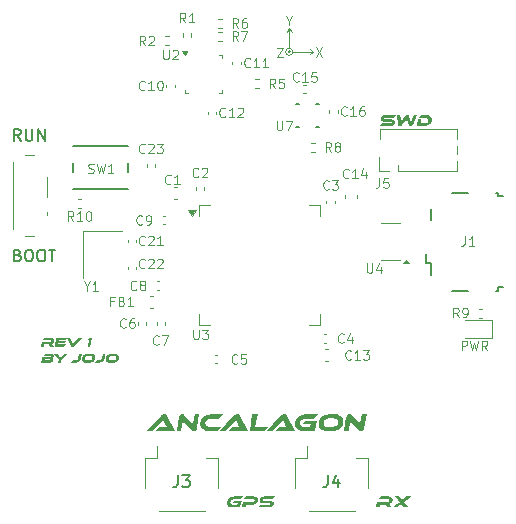
<source format=gbr>
%TF.GenerationSoftware,KiCad,Pcbnew,9.0.1*%
%TF.CreationDate,2025-06-12T22:27:34-04:00*%
%TF.ProjectId,STM32_FlightController,53544d33-325f-4466-9c69-676874436f6e,rev?*%
%TF.SameCoordinates,Original*%
%TF.FileFunction,Legend,Top*%
%TF.FilePolarity,Positive*%
%FSLAX46Y46*%
G04 Gerber Fmt 4.6, Leading zero omitted, Abs format (unit mm)*
G04 Created by KiCad (PCBNEW 9.0.1) date 2025-06-12 22:27:34*
%MOMM*%
%LPD*%
G01*
G04 APERTURE LIST*
%ADD10C,0.100000*%
%ADD11C,0.150000*%
%ADD12C,0.120000*%
%ADD13C,0.127000*%
%ADD14C,0.152400*%
G04 APERTURE END LIST*
D10*
X38512500Y-17412500D02*
X38312500Y-17712500D01*
X38312500Y-17712500D02*
X38512500Y-17412500D01*
X40262500Y-19212500D02*
X40562500Y-19412500D01*
X40562500Y-19412500D02*
X40262500Y-19212500D01*
X40562500Y-19412500D02*
X40262500Y-19612500D01*
X38862500Y-19412500D02*
X40562500Y-19412500D01*
X38812500Y-19412500D02*
G75*
G02*
X38212500Y-19412500I-300000J0D01*
G01*
X38212500Y-19412500D02*
G75*
G02*
X38812500Y-19412500I300000J0D01*
G01*
X38512500Y-17412500D02*
X38712500Y-17712500D01*
X38612500Y-19412500D02*
G75*
G02*
X38412500Y-19412500I-100000J0D01*
G01*
X38412500Y-19412500D02*
G75*
G02*
X38612500Y-19412500I100000J0D01*
G01*
X38512500Y-19112500D02*
X38512500Y-17412500D01*
X38521146Y-16778442D02*
X38521146Y-17159395D01*
X38254479Y-16359395D02*
X38521146Y-16778442D01*
X38521146Y-16778442D02*
X38787812Y-16359395D01*
D11*
G36*
X33671083Y-57614961D02*
G01*
X34156882Y-57614961D01*
X34133068Y-57751737D01*
X33777451Y-57751737D01*
X33738744Y-57749811D01*
X33702770Y-57744147D01*
X33670545Y-57735189D01*
X33641327Y-57722997D01*
X33616145Y-57708292D01*
X33594144Y-57690855D01*
X33576078Y-57671542D01*
X33561319Y-57649938D01*
X33550246Y-57626725D01*
X33542647Y-57601563D01*
X33538093Y-57558968D01*
X33545621Y-57501360D01*
X33567863Y-57447490D01*
X33604651Y-57398389D01*
X33655649Y-57356075D01*
X33719444Y-57323421D01*
X33755315Y-57311673D01*
X33793040Y-57303471D01*
X33857257Y-57298239D01*
X34340247Y-57298239D01*
X34571240Y-57054607D01*
X33900671Y-57054607D01*
X33785112Y-57062260D01*
X33729225Y-57071730D01*
X33675223Y-57084796D01*
X33623374Y-57101321D01*
X33573875Y-57121186D01*
X33527425Y-57144016D01*
X33483732Y-57169875D01*
X33443778Y-57198061D01*
X33406908Y-57228930D01*
X33374170Y-57261463D01*
X33344758Y-57296325D01*
X33319579Y-57332288D01*
X33297899Y-57370250D01*
X33280363Y-57408945D01*
X33266463Y-57449346D01*
X33256563Y-57490334D01*
X33250438Y-57532780D01*
X33248237Y-57578569D01*
X33250173Y-57619167D01*
X33255904Y-57658401D01*
X33265324Y-57696159D01*
X33278320Y-57732284D01*
X33314762Y-57799355D01*
X33364657Y-57858606D01*
X33427488Y-57908829D01*
X33502663Y-57948626D01*
X33544733Y-57964167D01*
X33589427Y-57976474D01*
X33636921Y-57985443D01*
X33686816Y-57990833D01*
X33735441Y-57992500D01*
X34378044Y-57992500D01*
X34481664Y-57406317D01*
X33882475Y-57406317D01*
X33671083Y-57614961D01*
G37*
G36*
X35889419Y-57355453D02*
G01*
X35887472Y-57319986D01*
X35881665Y-57286203D01*
X35872350Y-57255058D01*
X35859465Y-57225731D01*
X35843305Y-57198700D01*
X35823757Y-57173651D01*
X35774532Y-57129827D01*
X35710998Y-57094726D01*
X35631955Y-57069557D01*
X35536190Y-57056180D01*
X35486174Y-57054607D01*
X34898220Y-57054607D01*
X34663014Y-57298239D01*
X35469382Y-57298239D01*
X35500523Y-57300154D01*
X35527349Y-57305740D01*
X35548284Y-57313991D01*
X35565371Y-57325004D01*
X35577805Y-57337635D01*
X35586760Y-57352364D01*
X35594007Y-57387571D01*
X35592077Y-57409268D01*
X35586386Y-57429435D01*
X35564624Y-57464038D01*
X35529264Y-57490636D01*
X35479969Y-57507409D01*
X35431585Y-57511830D01*
X34625218Y-57511830D01*
X34541198Y-57992500D01*
X34829588Y-57992500D01*
X34871598Y-57751249D01*
X35361610Y-57751249D01*
X35421583Y-57749319D01*
X35478529Y-57743624D01*
X35531645Y-57734454D01*
X35581575Y-57721895D01*
X35627402Y-57706394D01*
X35669930Y-57687888D01*
X35708252Y-57666992D01*
X35743203Y-57643465D01*
X35774014Y-57618039D01*
X35801406Y-57590330D01*
X35824841Y-57561070D01*
X35844804Y-57529835D01*
X35861001Y-57497210D01*
X35873646Y-57462874D01*
X35882611Y-57427135D01*
X35887890Y-57389909D01*
X35889419Y-57355453D01*
G37*
G36*
X36384193Y-57429764D02*
G01*
X36351052Y-57427748D01*
X36325605Y-57421452D01*
X36311677Y-57413815D01*
X36301895Y-57403476D01*
X36294648Y-57378137D01*
X36294617Y-57376031D01*
X36296602Y-57354405D01*
X36302676Y-57336669D01*
X36311130Y-57324546D01*
X36322744Y-57314897D01*
X36356847Y-57302271D01*
X36406603Y-57298239D01*
X37056228Y-57298239D01*
X37285816Y-57054607D01*
X36472426Y-57054607D01*
X36409036Y-57056531D01*
X36350872Y-57062187D01*
X36299612Y-57071010D01*
X36252989Y-57082981D01*
X36212201Y-57097404D01*
X36175549Y-57114480D01*
X36143690Y-57133554D01*
X36115580Y-57154881D01*
X36091350Y-57178087D01*
X36070616Y-57203243D01*
X36039006Y-57259526D01*
X36020173Y-57324415D01*
X36014593Y-57390197D01*
X36016560Y-57423019D01*
X36022510Y-57453781D01*
X36031717Y-57480483D01*
X36044516Y-57505148D01*
X36060238Y-57526796D01*
X36079381Y-57546354D01*
X36127868Y-57578641D01*
X36192377Y-57601871D01*
X36276302Y-57614480D01*
X36322583Y-57615999D01*
X36833600Y-57615999D01*
X36863821Y-57617963D01*
X36887731Y-57623891D01*
X36902414Y-57631598D01*
X36912990Y-57641950D01*
X36921663Y-57667131D01*
X36921833Y-57671992D01*
X36919849Y-57693061D01*
X36913778Y-57710791D01*
X36905153Y-57723417D01*
X36893260Y-57733667D01*
X36858747Y-57747303D01*
X36809787Y-57751737D01*
X36100017Y-57751737D01*
X35871833Y-57992500D01*
X36744024Y-57992500D01*
X36807856Y-57990572D01*
X36866353Y-57984898D01*
X36917596Y-57976081D01*
X36964180Y-57964105D01*
X37004770Y-57949710D01*
X37041257Y-57932641D01*
X37072935Y-57913581D01*
X37100932Y-57892225D01*
X37125129Y-57868929D01*
X37145913Y-57843611D01*
X37177975Y-57786551D01*
X37197734Y-57719972D01*
X37204605Y-57642561D01*
X37202657Y-57611141D01*
X37196836Y-57582170D01*
X37187788Y-57557012D01*
X37175329Y-57534078D01*
X37141056Y-57495569D01*
X37092718Y-57465199D01*
X37027266Y-57443158D01*
X36940621Y-57431155D01*
X36893806Y-57429764D01*
X36384193Y-57429764D01*
G37*
D10*
X37442574Y-19059395D02*
X37975908Y-19059395D01*
X37975908Y-19059395D02*
X37442574Y-19859395D01*
X37442574Y-19859395D02*
X37975908Y-19859395D01*
D11*
G36*
X28835293Y-51507500D02*
G01*
X28182249Y-50235116D01*
X28155740Y-50191332D01*
X28123467Y-50152474D01*
X28093146Y-50126171D01*
X28058165Y-50104733D01*
X28022578Y-50090322D01*
X27982579Y-50080978D01*
X27932297Y-50077213D01*
X27845048Y-50088123D01*
X27763959Y-50120044D01*
X27686291Y-50173580D01*
X27623635Y-50235116D01*
X26498072Y-51507500D01*
X27012539Y-51507500D01*
X27835760Y-50573912D01*
X28022606Y-50946413D01*
X28129767Y-51150569D01*
X27879815Y-51146356D01*
X27529113Y-51146356D01*
X27201492Y-51507500D01*
X28835293Y-51507500D01*
G37*
G36*
X30409652Y-51530947D02*
G01*
X30451751Y-51527972D01*
X30492945Y-51518874D01*
X30530307Y-51504444D01*
X30565585Y-51484113D01*
X30596418Y-51459307D01*
X30624317Y-51428862D01*
X30647926Y-51394034D01*
X30667863Y-51353638D01*
X30693127Y-51265699D01*
X30901038Y-50100661D01*
X30506281Y-50100661D01*
X30359277Y-50927178D01*
X29634792Y-50153234D01*
X29604733Y-50123928D01*
X29575335Y-50103012D01*
X29517898Y-50081174D01*
X29473042Y-50077213D01*
X29429144Y-50080196D01*
X29386480Y-50089347D01*
X29348562Y-50103668D01*
X29312969Y-50123841D01*
X29282307Y-50148237D01*
X29254709Y-50178176D01*
X29231553Y-50212332D01*
X29212121Y-50251967D01*
X29187461Y-50340446D01*
X28983762Y-51507500D01*
X29378612Y-51507500D01*
X29523509Y-50681073D01*
X30247994Y-51455018D01*
X30282316Y-51487654D01*
X30314464Y-51509655D01*
X30371272Y-51528498D01*
X30409652Y-51530947D01*
G37*
G36*
X31773535Y-51146356D02*
G01*
X31716859Y-51143469D01*
X31663946Y-51134985D01*
X31616051Y-51121482D01*
X31572462Y-51103100D01*
X31534598Y-51080828D01*
X31501422Y-51054423D01*
X31474079Y-51025155D01*
X31451698Y-50992438D01*
X31434921Y-50957405D01*
X31423394Y-50919481D01*
X31416513Y-50855737D01*
X31427809Y-50769457D01*
X31461191Y-50688740D01*
X31516401Y-50615202D01*
X31592893Y-50551925D01*
X31688518Y-50503233D01*
X31742257Y-50485787D01*
X31798805Y-50473659D01*
X31893244Y-50466109D01*
X32598862Y-50466109D01*
X32943244Y-50100661D01*
X31958366Y-50100661D01*
X31785026Y-50112141D01*
X31701207Y-50126346D01*
X31620214Y-50145946D01*
X31542459Y-50170733D01*
X31468226Y-50200531D01*
X31398572Y-50234775D01*
X31333051Y-50273564D01*
X31273136Y-50315845D01*
X31217844Y-50362154D01*
X31168745Y-50410961D01*
X31124629Y-50463268D01*
X31086857Y-50517234D01*
X31054328Y-50574204D01*
X31028007Y-50632287D01*
X31007137Y-50692936D01*
X30992262Y-50754480D01*
X30983047Y-50818221D01*
X30979715Y-50887336D01*
X30982618Y-50948113D01*
X30991214Y-51006859D01*
X31005348Y-51063413D01*
X31024847Y-51117528D01*
X31079537Y-51218037D01*
X31154431Y-51306855D01*
X31248751Y-51382153D01*
X31361604Y-51441814D01*
X31424752Y-51465104D01*
X31491839Y-51483544D01*
X31563117Y-51496971D01*
X31637998Y-51505028D01*
X31710520Y-51507500D01*
X32416138Y-51507500D01*
X32758414Y-51146356D01*
X31773535Y-51146356D01*
G37*
G36*
X35001937Y-51507500D02*
G01*
X34348892Y-50235116D01*
X34322384Y-50191332D01*
X34290111Y-50152474D01*
X34259790Y-50126171D01*
X34224808Y-50104733D01*
X34189222Y-50090322D01*
X34149222Y-50080978D01*
X34098940Y-50077213D01*
X34011691Y-50088123D01*
X33930603Y-50120044D01*
X33852934Y-50173580D01*
X33790278Y-50235116D01*
X32664716Y-51507500D01*
X33179183Y-51507500D01*
X34002403Y-50573912D01*
X34189249Y-50946413D01*
X34296411Y-51150569D01*
X34046459Y-51146356D01*
X33695757Y-51146356D01*
X33368135Y-51507500D01*
X35001937Y-51507500D01*
G37*
G36*
X35654431Y-51146356D02*
G01*
X35839171Y-50100661D01*
X35406586Y-50100661D01*
X35156726Y-51507500D01*
X36397785Y-51507500D01*
X36744274Y-51146356D01*
X35654431Y-51146356D01*
G37*
G36*
X38982118Y-51507500D02*
G01*
X38329074Y-50235116D01*
X38302565Y-50191332D01*
X38270292Y-50152474D01*
X38239971Y-50126171D01*
X38204990Y-50104733D01*
X38169403Y-50090322D01*
X38129404Y-50080978D01*
X38079122Y-50077213D01*
X37991872Y-50088123D01*
X37910784Y-50120044D01*
X37833115Y-50173580D01*
X37770460Y-50235116D01*
X36644897Y-51507500D01*
X37159364Y-51507500D01*
X37982585Y-50573912D01*
X38169431Y-50946413D01*
X38276592Y-51150569D01*
X38026640Y-51146356D01*
X37675938Y-51146356D01*
X37348317Y-51507500D01*
X38982118Y-51507500D01*
G37*
G36*
X39625637Y-50941192D02*
G01*
X40354336Y-50941192D01*
X40318615Y-51146356D01*
X39785189Y-51146356D01*
X39727128Y-51143467D01*
X39673167Y-51134971D01*
X39624830Y-51121534D01*
X39581004Y-51103246D01*
X39543230Y-51081188D01*
X39510229Y-51055033D01*
X39483130Y-51026064D01*
X39460992Y-50993657D01*
X39444382Y-50958838D01*
X39432983Y-50921095D01*
X39426152Y-50857203D01*
X39437444Y-50770790D01*
X39470807Y-50689985D01*
X39525990Y-50616334D01*
X39602486Y-50552863D01*
X39698179Y-50503882D01*
X39751986Y-50486260D01*
X39808573Y-50473956D01*
X39904898Y-50466109D01*
X40629384Y-50466109D01*
X40975873Y-50100661D01*
X39970019Y-50100661D01*
X39796680Y-50112140D01*
X39712850Y-50126345D01*
X39631847Y-50145944D01*
X39554074Y-50170731D01*
X39479825Y-50200529D01*
X39410149Y-50234774D01*
X39344611Y-50273562D01*
X39284679Y-50315842D01*
X39229375Y-50362146D01*
X39180268Y-50410944D01*
X39136149Y-50463238D01*
X39098381Y-50517182D01*
X39065862Y-50574125D01*
X39039557Y-50632168D01*
X39018707Y-50692769D01*
X39003857Y-50754251D01*
X38994669Y-50817921D01*
X38991369Y-50886604D01*
X38994272Y-50947501D01*
X39002868Y-51006352D01*
X39016999Y-51062989D01*
X39036493Y-51117176D01*
X39091155Y-51217782D01*
X39165999Y-51306659D01*
X39260244Y-51381994D01*
X39373008Y-51441689D01*
X39436112Y-51465000D01*
X39503153Y-51483461D01*
X39574394Y-51496914D01*
X39649237Y-51504999D01*
X39722174Y-51507500D01*
X40686078Y-51507500D01*
X40841508Y-50628225D01*
X39942725Y-50628225D01*
X39625637Y-50941192D01*
G37*
G36*
X42372851Y-50085144D02*
G01*
X42559241Y-50110882D01*
X42707576Y-50151273D01*
X42824861Y-50204091D01*
X42916740Y-50268372D01*
X42987327Y-50344603D01*
X43015559Y-50388010D01*
X43038893Y-50434822D01*
X43057857Y-50486817D01*
X43071577Y-50542514D01*
X43080362Y-50605346D01*
X43083291Y-50672372D01*
X43082957Y-50701768D01*
X43068743Y-50856550D01*
X43035152Y-50990284D01*
X42983310Y-51106557D01*
X42950466Y-51159120D01*
X42912930Y-51208159D01*
X42870027Y-51254331D01*
X42822266Y-51296897D01*
X42767829Y-51337082D01*
X42708184Y-51373446D01*
X42640114Y-51407447D01*
X42566298Y-51437286D01*
X42481938Y-51464337D01*
X42391110Y-51486763D01*
X42287282Y-51505576D01*
X42176077Y-51519189D01*
X42049069Y-51528012D01*
X41913582Y-51530947D01*
X41709865Y-51522883D01*
X41524076Y-51496962D01*
X41375988Y-51456348D01*
X41258754Y-51403265D01*
X41166834Y-51338686D01*
X41096181Y-51262140D01*
X41067919Y-51218579D01*
X41044563Y-51171623D01*
X41025586Y-51119503D01*
X41011859Y-51063703D01*
X41003074Y-51000818D01*
X41000144Y-50933773D01*
X41000443Y-50905949D01*
X41001738Y-50891641D01*
X41436942Y-50891641D01*
X41442754Y-50959670D01*
X41465794Y-51026355D01*
X41484430Y-51054161D01*
X41507868Y-51078206D01*
X41539937Y-51100971D01*
X41578292Y-51119667D01*
X41634475Y-51137632D01*
X41700694Y-51150563D01*
X41825466Y-51162246D01*
X41976597Y-51165590D01*
X42054536Y-51164963D01*
X42264315Y-51153384D01*
X42399194Y-51129875D01*
X42490220Y-51096139D01*
X42554203Y-51051183D01*
X42579706Y-51022328D01*
X42600401Y-50989464D01*
X42618970Y-50945892D01*
X42632220Y-50896274D01*
X42643244Y-50813587D01*
X42646494Y-50716702D01*
X42640650Y-50648137D01*
X42617669Y-50581531D01*
X42599105Y-50553808D01*
X42575739Y-50529833D01*
X42543755Y-50507146D01*
X42505457Y-50488510D01*
X42449262Y-50470594D01*
X42382913Y-50457691D01*
X42257324Y-50446006D01*
X42104732Y-50442662D01*
X42031304Y-50443203D01*
X41819533Y-50454428D01*
X41684147Y-50477554D01*
X41593098Y-50510887D01*
X41529230Y-50555419D01*
X41503783Y-50584061D01*
X41483134Y-50616728D01*
X41464574Y-50660170D01*
X41451326Y-50709717D01*
X41440205Y-50793340D01*
X41436942Y-50891641D01*
X41001738Y-50891641D01*
X41014458Y-50751062D01*
X41047848Y-50617347D01*
X41099476Y-50501163D01*
X41132208Y-50448657D01*
X41169630Y-50399682D01*
X41212421Y-50353568D01*
X41260069Y-50311064D01*
X41314409Y-50270929D01*
X41373961Y-50234617D01*
X41441975Y-50200650D01*
X41515744Y-50170846D01*
X41600130Y-50143811D01*
X41691003Y-50121402D01*
X41794998Y-50102589D01*
X41906405Y-50088979D01*
X42033815Y-50080149D01*
X42169762Y-50077213D01*
X42372851Y-50085144D01*
G37*
G36*
X44583553Y-51530947D02*
G01*
X44625652Y-51527972D01*
X44666846Y-51518874D01*
X44704208Y-51504444D01*
X44739486Y-51484113D01*
X44770319Y-51459307D01*
X44798218Y-51428862D01*
X44821827Y-51394034D01*
X44841764Y-51353638D01*
X44867027Y-51265699D01*
X45074939Y-50100661D01*
X44680182Y-50100661D01*
X44533178Y-50927178D01*
X43808693Y-50153234D01*
X43778633Y-50123928D01*
X43749236Y-50103012D01*
X43691799Y-50081174D01*
X43646943Y-50077213D01*
X43603045Y-50080196D01*
X43560381Y-50089347D01*
X43522463Y-50103668D01*
X43486870Y-50123841D01*
X43456207Y-50148237D01*
X43428610Y-50178176D01*
X43405454Y-50212332D01*
X43386022Y-50251967D01*
X43361362Y-50340446D01*
X43157663Y-51507500D01*
X43552512Y-51507500D01*
X43697410Y-50681073D01*
X44421895Y-51455018D01*
X44456217Y-51487654D01*
X44488365Y-51509655D01*
X44545173Y-51528498D01*
X44583553Y-51530947D01*
G37*
G36*
X18482800Y-44238201D02*
G01*
X18432101Y-44176310D01*
X18396533Y-44139624D01*
X18428063Y-44131947D01*
X18457896Y-44121546D01*
X18486193Y-44108430D01*
X18512500Y-44092857D01*
X18536845Y-44074859D01*
X18558909Y-44054700D01*
X18578582Y-44032519D01*
X18595704Y-44008504D01*
X18610073Y-43982961D01*
X18621656Y-43955931D01*
X18630246Y-43927887D01*
X18635854Y-43898706D01*
X18638480Y-43860015D01*
X18636949Y-43832574D01*
X18632483Y-43807271D01*
X18625307Y-43784119D01*
X18615600Y-43762941D01*
X18588520Y-43725319D01*
X18550725Y-43693400D01*
X18500869Y-43667067D01*
X18437465Y-43647097D01*
X18359970Y-43634992D01*
X18295758Y-43632185D01*
X17814160Y-43632185D01*
X17628243Y-43827091D01*
X18280078Y-43827091D01*
X18309275Y-43828655D01*
X18334582Y-43833345D01*
X18353324Y-43840006D01*
X18368747Y-43849056D01*
X18379490Y-43859050D01*
X18387399Y-43870914D01*
X18394217Y-43898569D01*
X18394286Y-43902025D01*
X18392762Y-43917658D01*
X18388345Y-43932125D01*
X18371043Y-43958098D01*
X18341890Y-43979756D01*
X18300438Y-43995075D01*
X18249841Y-44000748D01*
X17598005Y-44000748D01*
X17530790Y-44382500D01*
X17762625Y-44382500D01*
X17797356Y-44185542D01*
X18153511Y-44185542D01*
X18285647Y-44382500D01*
X18595884Y-44382500D01*
X18482800Y-44238201D01*
G37*
G36*
X18944614Y-44189890D02*
G01*
X18962541Y-44086966D01*
X19423965Y-44086966D01*
X19585214Y-43916680D01*
X18992779Y-43916680D01*
X19008459Y-43827091D01*
X19493379Y-43827091D01*
X19678173Y-43632185D01*
X18811306Y-43632185D01*
X18678047Y-44382500D01*
X19399296Y-44382500D01*
X19583016Y-44189890D01*
X18944614Y-44189890D01*
G37*
G36*
X19702695Y-43632185D02*
G01*
X20051034Y-44310887D01*
X20065097Y-44334149D01*
X20082221Y-44354796D01*
X20098368Y-44368825D01*
X20116998Y-44380265D01*
X20135969Y-44387968D01*
X20157292Y-44392971D01*
X20184293Y-44395005D01*
X20230879Y-44389186D01*
X20274155Y-44372162D01*
X20315581Y-44343619D01*
X20348913Y-44310887D01*
X20949262Y-43632185D01*
X20674830Y-43632185D01*
X20235828Y-44130294D01*
X19986065Y-43632185D01*
X19702695Y-43632185D01*
G37*
G36*
X21367112Y-43827091D02*
G01*
X21549708Y-43827091D01*
X21452255Y-44382500D01*
X21684091Y-44382500D01*
X21817349Y-43632185D01*
X21542967Y-43632185D01*
X21367112Y-43827091D01*
G37*
G36*
X18368101Y-44978194D02*
G01*
X18436098Y-44989471D01*
X18488634Y-45008784D01*
X18527871Y-45034638D01*
X18555675Y-45066569D01*
X18565660Y-45085056D01*
X18572937Y-45105214D01*
X18577531Y-45127751D01*
X18579080Y-45152040D01*
X18575025Y-45195778D01*
X18568463Y-45220916D01*
X18559221Y-45243646D01*
X18546601Y-45265596D01*
X18531693Y-45284850D01*
X18513086Y-45303073D01*
X18492825Y-45318167D01*
X18469563Y-45331156D01*
X18445821Y-45340645D01*
X18457071Y-45344482D01*
X18490556Y-45364086D01*
X18516232Y-45393162D01*
X18525749Y-45411023D01*
X18532829Y-45431070D01*
X18537255Y-45453290D01*
X18538780Y-45477567D01*
X18535847Y-45521529D01*
X18523556Y-45571256D01*
X18501865Y-45613705D01*
X18470034Y-45649970D01*
X18449777Y-45665932D01*
X18426232Y-45680398D01*
X18398848Y-45693341D01*
X18367670Y-45704408D01*
X18331473Y-45713640D01*
X18290813Y-45720523D01*
X18243828Y-45724971D01*
X18191564Y-45726500D01*
X17533037Y-45726500D01*
X17567069Y-45533890D01*
X17799603Y-45533890D01*
X18226296Y-45533890D01*
X18257805Y-45531054D01*
X18285957Y-45520134D01*
X18295735Y-45511849D01*
X18302809Y-45501777D01*
X18307612Y-45488441D01*
X18309192Y-45473073D01*
X18309142Y-45470681D01*
X18303097Y-45450574D01*
X18295461Y-45442492D01*
X18284636Y-45436425D01*
X18266966Y-45431789D01*
X18244223Y-45430233D01*
X17817531Y-45430233D01*
X17799603Y-45533890D01*
X17567069Y-45533890D01*
X17613686Y-45270058D01*
X18276707Y-45270058D01*
X18305033Y-45266903D01*
X18329579Y-45255987D01*
X18344833Y-45237942D01*
X18349111Y-45225446D01*
X18350615Y-45210463D01*
X18347114Y-45194384D01*
X18340030Y-45184967D01*
X18329956Y-45178190D01*
X18312850Y-45172760D01*
X18293511Y-45171091D01*
X17630490Y-45171091D01*
X17823100Y-44976185D01*
X18319255Y-44976185D01*
X18368101Y-44978194D01*
G37*
G36*
X19458306Y-44976185D02*
G01*
X19251090Y-45183694D01*
X19140557Y-45297498D01*
X19135758Y-45302592D01*
X19109263Y-45260422D01*
X19064300Y-45196177D01*
X19056233Y-45184818D01*
X18912862Y-44976185D01*
X18614935Y-44976185D01*
X18983449Y-45477518D01*
X18939729Y-45726500D01*
X19172688Y-45726500D01*
X19215284Y-45478642D01*
X19749492Y-44976185D01*
X19458306Y-44976185D01*
G37*
G36*
X20250532Y-45533890D02*
G01*
X20065737Y-45726500D01*
X20345737Y-45726500D01*
X20407283Y-45724936D01*
X20465107Y-45720243D01*
X20516140Y-45712963D01*
X20563863Y-45702904D01*
X20605928Y-45690838D01*
X20645026Y-45676285D01*
X20679506Y-45660108D01*
X20711286Y-45641670D01*
X20739359Y-45621758D01*
X20764918Y-45599743D01*
X20787503Y-45576146D01*
X20807671Y-45550529D01*
X20840655Y-45493413D01*
X20864264Y-45427203D01*
X20873253Y-45385781D01*
X20946038Y-44976185D01*
X20714202Y-44976185D01*
X20641418Y-45385781D01*
X20634631Y-45414867D01*
X20624970Y-45440400D01*
X20614300Y-45459317D01*
X20601109Y-45475880D01*
X20586238Y-45489367D01*
X20568779Y-45500924D01*
X20524171Y-45518877D01*
X20460357Y-45530285D01*
X20379296Y-45533890D01*
X20250532Y-45533890D01*
G37*
G36*
X21709899Y-44967910D02*
G01*
X21809307Y-44981637D01*
X21888420Y-45003179D01*
X21950972Y-45031349D01*
X21999974Y-45065631D01*
X22037620Y-45106288D01*
X22052677Y-45129438D01*
X22065122Y-45154405D01*
X22075236Y-45182136D01*
X22082553Y-45211840D01*
X22087238Y-45245351D01*
X22088801Y-45281098D01*
X22088623Y-45296776D01*
X22081042Y-45379327D01*
X22063127Y-45450651D01*
X22035478Y-45512663D01*
X22017961Y-45540697D01*
X21997941Y-45566851D01*
X21975060Y-45591477D01*
X21949587Y-45614178D01*
X21920555Y-45635610D01*
X21888744Y-45655004D01*
X21852440Y-45673138D01*
X21813071Y-45689052D01*
X21768079Y-45703479D01*
X21719637Y-45715440D01*
X21664262Y-45725474D01*
X21604953Y-45732734D01*
X21537216Y-45737439D01*
X21464956Y-45739005D01*
X21356307Y-45734704D01*
X21257219Y-45720880D01*
X21178239Y-45699219D01*
X21115715Y-45670908D01*
X21066690Y-45636466D01*
X21029009Y-45595641D01*
X21013936Y-45572409D01*
X21001479Y-45547365D01*
X20991358Y-45519568D01*
X20984037Y-45489808D01*
X20979352Y-45456269D01*
X20977789Y-45420512D01*
X20977949Y-45405672D01*
X20978639Y-45398042D01*
X21210748Y-45398042D01*
X21213848Y-45434324D01*
X21226135Y-45469889D01*
X21236075Y-45484719D01*
X21248575Y-45497543D01*
X21265679Y-45509685D01*
X21286134Y-45519656D01*
X21316099Y-45529237D01*
X21351416Y-45536133D01*
X21417961Y-45542364D01*
X21498564Y-45544148D01*
X21540131Y-45543813D01*
X21652014Y-45537638D01*
X21723949Y-45525100D01*
X21772496Y-45507107D01*
X21806621Y-45483131D01*
X21820222Y-45467741D01*
X21831259Y-45450214D01*
X21841163Y-45426976D01*
X21848229Y-45400513D01*
X21854109Y-45356413D01*
X21855842Y-45304741D01*
X21852726Y-45268173D01*
X21840469Y-45232649D01*
X21830568Y-45217864D01*
X21818107Y-45205078D01*
X21801048Y-45192978D01*
X21780622Y-45183038D01*
X21750652Y-45173483D01*
X21715266Y-45166602D01*
X21648285Y-45160370D01*
X21566903Y-45158586D01*
X21527741Y-45158875D01*
X21414796Y-45164861D01*
X21342591Y-45177195D01*
X21294031Y-45194973D01*
X21259968Y-45218723D01*
X21246397Y-45233999D01*
X21235383Y-45251421D01*
X21225485Y-45274590D01*
X21218419Y-45301016D01*
X21212488Y-45345614D01*
X21210748Y-45398042D01*
X20978639Y-45398042D01*
X20985423Y-45323066D01*
X21003231Y-45251752D01*
X21030766Y-45189787D01*
X21048223Y-45161784D01*
X21068181Y-45135663D01*
X21091004Y-45111069D01*
X21116416Y-45088401D01*
X21145397Y-45066995D01*
X21177158Y-45047629D01*
X21213432Y-45029513D01*
X21252776Y-45013618D01*
X21297781Y-44999199D01*
X21346247Y-44987247D01*
X21401711Y-44977214D01*
X21461128Y-44969955D01*
X21529080Y-44965246D01*
X21601585Y-44963680D01*
X21709899Y-44967910D01*
G37*
G36*
X22258403Y-45533890D02*
G01*
X22073609Y-45726500D01*
X22353609Y-45726500D01*
X22415155Y-45724936D01*
X22472978Y-45720243D01*
X22524011Y-45712963D01*
X22571734Y-45702904D01*
X22613799Y-45690838D01*
X22652897Y-45676285D01*
X22687378Y-45660108D01*
X22719157Y-45641670D01*
X22747231Y-45621758D01*
X22772789Y-45599743D01*
X22795375Y-45576146D01*
X22815542Y-45550529D01*
X22848527Y-45493413D01*
X22872135Y-45427203D01*
X22881125Y-45385781D01*
X22953909Y-44976185D01*
X22722074Y-44976185D01*
X22649289Y-45385781D01*
X22642503Y-45414867D01*
X22632842Y-45440400D01*
X22622171Y-45459317D01*
X22608981Y-45475880D01*
X22594109Y-45489367D01*
X22576651Y-45500924D01*
X22532042Y-45518877D01*
X22468229Y-45530285D01*
X22387168Y-45533890D01*
X22258403Y-45533890D01*
G37*
G36*
X23717771Y-44967910D02*
G01*
X23817179Y-44981637D01*
X23896291Y-45003179D01*
X23958843Y-45031349D01*
X24007845Y-45065631D01*
X24045491Y-45106288D01*
X24060549Y-45129438D01*
X24072993Y-45154405D01*
X24083108Y-45182136D01*
X24090425Y-45211840D01*
X24095110Y-45245351D01*
X24096673Y-45281098D01*
X24096494Y-45296776D01*
X24088913Y-45379327D01*
X24070998Y-45450651D01*
X24043349Y-45512663D01*
X24025832Y-45540697D01*
X24005813Y-45566851D01*
X23982931Y-45591477D01*
X23957459Y-45614178D01*
X23928426Y-45635610D01*
X23896615Y-45655004D01*
X23860311Y-45673138D01*
X23820943Y-45689052D01*
X23775951Y-45703479D01*
X23727509Y-45715440D01*
X23672134Y-45725474D01*
X23612825Y-45732734D01*
X23545087Y-45737439D01*
X23472827Y-45739005D01*
X23364179Y-45734704D01*
X23265091Y-45720880D01*
X23186111Y-45699219D01*
X23123586Y-45670908D01*
X23074562Y-45636466D01*
X23036880Y-45595641D01*
X23021807Y-45572409D01*
X23009351Y-45547365D01*
X22999230Y-45519568D01*
X22991909Y-45489808D01*
X22987223Y-45456269D01*
X22985661Y-45420512D01*
X22985820Y-45405672D01*
X22986510Y-45398042D01*
X23218620Y-45398042D01*
X23221719Y-45434324D01*
X23234007Y-45469889D01*
X23243946Y-45484719D01*
X23256447Y-45497543D01*
X23273550Y-45509685D01*
X23294006Y-45519656D01*
X23323970Y-45529237D01*
X23359287Y-45536133D01*
X23425832Y-45542364D01*
X23506435Y-45544148D01*
X23548003Y-45543813D01*
X23659885Y-45537638D01*
X23731821Y-45525100D01*
X23780368Y-45507107D01*
X23814492Y-45483131D01*
X23828094Y-45467741D01*
X23839131Y-45450214D01*
X23849034Y-45426976D01*
X23856101Y-45400513D01*
X23861981Y-45356413D01*
X23863714Y-45304741D01*
X23860597Y-45268173D01*
X23848341Y-45232649D01*
X23838440Y-45217864D01*
X23825978Y-45205078D01*
X23808920Y-45192978D01*
X23788494Y-45183038D01*
X23758523Y-45173483D01*
X23723137Y-45166602D01*
X23656157Y-45160370D01*
X23574774Y-45158586D01*
X23535613Y-45158875D01*
X23422668Y-45164861D01*
X23350462Y-45177195D01*
X23301903Y-45194973D01*
X23267840Y-45218723D01*
X23254268Y-45233999D01*
X23243255Y-45251421D01*
X23233357Y-45274590D01*
X23226291Y-45301016D01*
X23220360Y-45345614D01*
X23218620Y-45398042D01*
X22986510Y-45398042D01*
X22993295Y-45323066D01*
X23011103Y-45251752D01*
X23038637Y-45189787D01*
X23056095Y-45161784D01*
X23076053Y-45135663D01*
X23098875Y-45111069D01*
X23124287Y-45088401D01*
X23153269Y-45066995D01*
X23185030Y-45047629D01*
X23221304Y-45029513D01*
X23260647Y-45013618D01*
X23305653Y-44999199D01*
X23354119Y-44987247D01*
X23409583Y-44977214D01*
X23469000Y-44969955D01*
X23536952Y-44965246D01*
X23609457Y-44963680D01*
X23717771Y-44967910D01*
G37*
D10*
X40792574Y-19009395D02*
X41325908Y-19809395D01*
X41325908Y-19009395D02*
X40792574Y-19809395D01*
D11*
G36*
X47087875Y-57812126D02*
G01*
X47024501Y-57734762D01*
X46980041Y-57688906D01*
X47019453Y-57679308D01*
X47056745Y-57666308D01*
X47092116Y-57649913D01*
X47125000Y-57630446D01*
X47155431Y-57607949D01*
X47183012Y-57582750D01*
X47207603Y-57555023D01*
X47229005Y-57525005D01*
X47246967Y-57493076D01*
X47261445Y-57459289D01*
X47272183Y-57424233D01*
X47279193Y-57387757D01*
X47282475Y-57339394D01*
X47280561Y-57305093D01*
X47274978Y-57273463D01*
X47266009Y-57244524D01*
X47253875Y-57218051D01*
X47220026Y-57171024D01*
X47172781Y-57131125D01*
X47110462Y-57098208D01*
X47031206Y-57073246D01*
X46934337Y-57058115D01*
X46854073Y-57054607D01*
X46252076Y-57054607D01*
X46019678Y-57298239D01*
X46834473Y-57298239D01*
X46870969Y-57300193D01*
X46902603Y-57306056D01*
X46926030Y-57314382D01*
X46945309Y-57325696D01*
X46958738Y-57338188D01*
X46968624Y-57353017D01*
X46977146Y-57387586D01*
X46977233Y-57391906D01*
X46975327Y-57411448D01*
X46969807Y-57429531D01*
X46948179Y-57461998D01*
X46911738Y-57489070D01*
X46859923Y-57508219D01*
X46796676Y-57515310D01*
X45981882Y-57515310D01*
X45897862Y-57992500D01*
X46187657Y-57992500D01*
X46231071Y-57746303D01*
X46676264Y-57746303D01*
X46841434Y-57992500D01*
X47229230Y-57992500D01*
X47087875Y-57812126D01*
G37*
G36*
X48451910Y-57054607D02*
G01*
X48099101Y-57346233D01*
X47852721Y-57054607D01*
X47452346Y-57054607D01*
X47690300Y-57323824D01*
X47817184Y-57463309D01*
X47873726Y-57518668D01*
X47795492Y-57575264D01*
X47621728Y-57710765D01*
X47267515Y-57992500D01*
X47627346Y-57992500D01*
X48010929Y-57682677D01*
X48275505Y-57992500D01*
X48684307Y-57992500D01*
X48433714Y-57710765D01*
X48404417Y-57678055D01*
X48306151Y-57569252D01*
X48244731Y-57507433D01*
X48484089Y-57325228D01*
X48827128Y-57054607D01*
X48451910Y-57054607D01*
G37*
D10*
X53118765Y-44659395D02*
X53118765Y-43859395D01*
X53118765Y-43859395D02*
X53423527Y-43859395D01*
X53423527Y-43859395D02*
X53499717Y-43897490D01*
X53499717Y-43897490D02*
X53537812Y-43935585D01*
X53537812Y-43935585D02*
X53575908Y-44011776D01*
X53575908Y-44011776D02*
X53575908Y-44126061D01*
X53575908Y-44126061D02*
X53537812Y-44202252D01*
X53537812Y-44202252D02*
X53499717Y-44240347D01*
X53499717Y-44240347D02*
X53423527Y-44278442D01*
X53423527Y-44278442D02*
X53118765Y-44278442D01*
X53842574Y-43859395D02*
X54033050Y-44659395D01*
X54033050Y-44659395D02*
X54185431Y-44087966D01*
X54185431Y-44087966D02*
X54337812Y-44659395D01*
X54337812Y-44659395D02*
X54528289Y-43859395D01*
X55290194Y-44659395D02*
X55023527Y-44278442D01*
X54833051Y-44659395D02*
X54833051Y-43859395D01*
X54833051Y-43859395D02*
X55137813Y-43859395D01*
X55137813Y-43859395D02*
X55214003Y-43897490D01*
X55214003Y-43897490D02*
X55252098Y-43935585D01*
X55252098Y-43935585D02*
X55290194Y-44011776D01*
X55290194Y-44011776D02*
X55290194Y-44126061D01*
X55290194Y-44126061D02*
X55252098Y-44202252D01*
X55252098Y-44202252D02*
X55214003Y-44240347D01*
X55214003Y-44240347D02*
X55137813Y-44278442D01*
X55137813Y-44278442D02*
X54833051Y-44278442D01*
D11*
X15770707Y-26957319D02*
X15437374Y-26481128D01*
X15199279Y-26957319D02*
X15199279Y-25957319D01*
X15199279Y-25957319D02*
X15580231Y-25957319D01*
X15580231Y-25957319D02*
X15675469Y-26004938D01*
X15675469Y-26004938D02*
X15723088Y-26052557D01*
X15723088Y-26052557D02*
X15770707Y-26147795D01*
X15770707Y-26147795D02*
X15770707Y-26290652D01*
X15770707Y-26290652D02*
X15723088Y-26385890D01*
X15723088Y-26385890D02*
X15675469Y-26433509D01*
X15675469Y-26433509D02*
X15580231Y-26481128D01*
X15580231Y-26481128D02*
X15199279Y-26481128D01*
X16199279Y-25957319D02*
X16199279Y-26766842D01*
X16199279Y-26766842D02*
X16246898Y-26862080D01*
X16246898Y-26862080D02*
X16294517Y-26909700D01*
X16294517Y-26909700D02*
X16389755Y-26957319D01*
X16389755Y-26957319D02*
X16580231Y-26957319D01*
X16580231Y-26957319D02*
X16675469Y-26909700D01*
X16675469Y-26909700D02*
X16723088Y-26862080D01*
X16723088Y-26862080D02*
X16770707Y-26766842D01*
X16770707Y-26766842D02*
X16770707Y-25957319D01*
X17246898Y-26957319D02*
X17246898Y-25957319D01*
X17246898Y-25957319D02*
X17818326Y-26957319D01*
X17818326Y-26957319D02*
X17818326Y-25957319D01*
G36*
X46658443Y-25129764D02*
G01*
X46625302Y-25127748D01*
X46599855Y-25121452D01*
X46585927Y-25113815D01*
X46576144Y-25103476D01*
X46568898Y-25078137D01*
X46568867Y-25076031D01*
X46570852Y-25054405D01*
X46576926Y-25036669D01*
X46585380Y-25024546D01*
X46596994Y-25014897D01*
X46631097Y-25002271D01*
X46680853Y-24998239D01*
X47330478Y-24998239D01*
X47560066Y-24754607D01*
X46746676Y-24754607D01*
X46683286Y-24756531D01*
X46625122Y-24762187D01*
X46573862Y-24771010D01*
X46527239Y-24782981D01*
X46486451Y-24797404D01*
X46449799Y-24814480D01*
X46417940Y-24833554D01*
X46389830Y-24854881D01*
X46365600Y-24878087D01*
X46344865Y-24903243D01*
X46313255Y-24959526D01*
X46294423Y-25024415D01*
X46288843Y-25090197D01*
X46290809Y-25123019D01*
X46296760Y-25153781D01*
X46305967Y-25180483D01*
X46318766Y-25205148D01*
X46334488Y-25226796D01*
X46353631Y-25246354D01*
X46402118Y-25278641D01*
X46466627Y-25301871D01*
X46550552Y-25314480D01*
X46596833Y-25315999D01*
X47107850Y-25315999D01*
X47138070Y-25317963D01*
X47161981Y-25323891D01*
X47176663Y-25331598D01*
X47187240Y-25341950D01*
X47195913Y-25367131D01*
X47196083Y-25371992D01*
X47194099Y-25393061D01*
X47188028Y-25410791D01*
X47179403Y-25423417D01*
X47167510Y-25433667D01*
X47132997Y-25447303D01*
X47084036Y-25451737D01*
X46374267Y-25451737D01*
X46146083Y-25692500D01*
X47018274Y-25692500D01*
X47082105Y-25690572D01*
X47140603Y-25684898D01*
X47191846Y-25676081D01*
X47238429Y-25664105D01*
X47279019Y-25649710D01*
X47315506Y-25632641D01*
X47347185Y-25613581D01*
X47375182Y-25592225D01*
X47399379Y-25568929D01*
X47420163Y-25543611D01*
X47452224Y-25486551D01*
X47471984Y-25419972D01*
X47478855Y-25342561D01*
X47476907Y-25311141D01*
X47471086Y-25282170D01*
X47462038Y-25257012D01*
X47449579Y-25234078D01*
X47415306Y-25195569D01*
X47366968Y-25165199D01*
X47301516Y-25143158D01*
X47214871Y-25131155D01*
X47168056Y-25129764D01*
X46658443Y-25129764D01*
G37*
G36*
X48653480Y-25608602D02*
G01*
X48666083Y-25635652D01*
X48681793Y-25658912D01*
X48698116Y-25675753D01*
X48717133Y-25689301D01*
X48737516Y-25698812D01*
X48760541Y-25705088D01*
X48794897Y-25708131D01*
X48822345Y-25706172D01*
X48849111Y-25700272D01*
X48874352Y-25690659D01*
X48898390Y-25677214D01*
X48920605Y-25660216D01*
X48941133Y-25639451D01*
X48959608Y-25615049D01*
X48975906Y-25586868D01*
X48979666Y-25579110D01*
X49368867Y-24754607D01*
X49084691Y-24754607D01*
X48937657Y-25081343D01*
X48876937Y-25218933D01*
X48831456Y-25335005D01*
X48829884Y-25339385D01*
X48743056Y-25081343D01*
X48659098Y-24844183D01*
X48645780Y-24811826D01*
X48630989Y-24786764D01*
X48616651Y-24770073D01*
X48600906Y-24757691D01*
X48564884Y-24743464D01*
X48510659Y-24738975D01*
X48468156Y-24741559D01*
X48429445Y-24751831D01*
X48407310Y-24763084D01*
X48385150Y-24779150D01*
X48338994Y-24828529D01*
X48327294Y-24844183D01*
X48159255Y-25079816D01*
X48022469Y-25278407D01*
X47996708Y-25318011D01*
X47982911Y-25339263D01*
X47969004Y-25134877D01*
X47964654Y-25081221D01*
X47933879Y-24754607D01*
X47645490Y-24754607D01*
X47736470Y-25579171D01*
X47740994Y-25606085D01*
X47748845Y-25629799D01*
X47759530Y-25650011D01*
X47772884Y-25667174D01*
X47806955Y-25692667D01*
X47850612Y-25706262D01*
X47876482Y-25708131D01*
X47904795Y-25706216D01*
X47931350Y-25700627D01*
X47980182Y-25678884D01*
X48024765Y-25642471D01*
X48052887Y-25608602D01*
X48250296Y-25342194D01*
X48374356Y-25173025D01*
X48449049Y-25061742D01*
X48480482Y-25160054D01*
X48532708Y-25300086D01*
X48549860Y-25343599D01*
X48653480Y-25608602D01*
G37*
G36*
X50594722Y-25152662D02*
G01*
X50592786Y-25112518D01*
X50587052Y-25073948D01*
X50577685Y-25037241D01*
X50564773Y-25002297D01*
X50528671Y-24938000D01*
X50479139Y-24881543D01*
X50416307Y-24833750D01*
X50340267Y-24795831D01*
X50251294Y-24769317D01*
X50150006Y-24755915D01*
X50104710Y-24754607D01*
X49662325Y-24754607D01*
X49434141Y-24998239D01*
X50061296Y-24998239D01*
X50097564Y-25000157D01*
X50131594Y-25005765D01*
X50163085Y-25014819D01*
X50191907Y-25027112D01*
X50217551Y-25042231D01*
X50240159Y-25060095D01*
X50259177Y-25080079D01*
X50274869Y-25102307D01*
X50286816Y-25126051D01*
X50295195Y-25151573D01*
X50300715Y-25197602D01*
X50298794Y-25227527D01*
X50293162Y-25256064D01*
X50271082Y-25309364D01*
X50234841Y-25356901D01*
X50184597Y-25397252D01*
X50121073Y-25428165D01*
X50046191Y-25446988D01*
X49981489Y-25451737D01*
X49645533Y-25451737D01*
X49705739Y-25107721D01*
X49415945Y-25107721D01*
X49312325Y-25692500D01*
X49939541Y-25692500D01*
X50049743Y-25684883D01*
X50156118Y-25662305D01*
X50207166Y-25645581D01*
X50256053Y-25625513D01*
X50302714Y-25602178D01*
X50346753Y-25575806D01*
X50387685Y-25546764D01*
X50425590Y-25515050D01*
X50459705Y-25481410D01*
X50490473Y-25445496D01*
X50517065Y-25408415D01*
X50540080Y-25369459D01*
X50558825Y-25329964D01*
X50573835Y-25288966D01*
X50584671Y-25247834D01*
X50591655Y-25205529D01*
X50594722Y-25152662D01*
G37*
X15532612Y-36633509D02*
X15675469Y-36681128D01*
X15675469Y-36681128D02*
X15723088Y-36728747D01*
X15723088Y-36728747D02*
X15770707Y-36823985D01*
X15770707Y-36823985D02*
X15770707Y-36966842D01*
X15770707Y-36966842D02*
X15723088Y-37062080D01*
X15723088Y-37062080D02*
X15675469Y-37109700D01*
X15675469Y-37109700D02*
X15580231Y-37157319D01*
X15580231Y-37157319D02*
X15199279Y-37157319D01*
X15199279Y-37157319D02*
X15199279Y-36157319D01*
X15199279Y-36157319D02*
X15532612Y-36157319D01*
X15532612Y-36157319D02*
X15627850Y-36204938D01*
X15627850Y-36204938D02*
X15675469Y-36252557D01*
X15675469Y-36252557D02*
X15723088Y-36347795D01*
X15723088Y-36347795D02*
X15723088Y-36443033D01*
X15723088Y-36443033D02*
X15675469Y-36538271D01*
X15675469Y-36538271D02*
X15627850Y-36585890D01*
X15627850Y-36585890D02*
X15532612Y-36633509D01*
X15532612Y-36633509D02*
X15199279Y-36633509D01*
X16389755Y-36157319D02*
X16580231Y-36157319D01*
X16580231Y-36157319D02*
X16675469Y-36204938D01*
X16675469Y-36204938D02*
X16770707Y-36300176D01*
X16770707Y-36300176D02*
X16818326Y-36490652D01*
X16818326Y-36490652D02*
X16818326Y-36823985D01*
X16818326Y-36823985D02*
X16770707Y-37014461D01*
X16770707Y-37014461D02*
X16675469Y-37109700D01*
X16675469Y-37109700D02*
X16580231Y-37157319D01*
X16580231Y-37157319D02*
X16389755Y-37157319D01*
X16389755Y-37157319D02*
X16294517Y-37109700D01*
X16294517Y-37109700D02*
X16199279Y-37014461D01*
X16199279Y-37014461D02*
X16151660Y-36823985D01*
X16151660Y-36823985D02*
X16151660Y-36490652D01*
X16151660Y-36490652D02*
X16199279Y-36300176D01*
X16199279Y-36300176D02*
X16294517Y-36204938D01*
X16294517Y-36204938D02*
X16389755Y-36157319D01*
X17437374Y-36157319D02*
X17627850Y-36157319D01*
X17627850Y-36157319D02*
X17723088Y-36204938D01*
X17723088Y-36204938D02*
X17818326Y-36300176D01*
X17818326Y-36300176D02*
X17865945Y-36490652D01*
X17865945Y-36490652D02*
X17865945Y-36823985D01*
X17865945Y-36823985D02*
X17818326Y-37014461D01*
X17818326Y-37014461D02*
X17723088Y-37109700D01*
X17723088Y-37109700D02*
X17627850Y-37157319D01*
X17627850Y-37157319D02*
X17437374Y-37157319D01*
X17437374Y-37157319D02*
X17342136Y-37109700D01*
X17342136Y-37109700D02*
X17246898Y-37014461D01*
X17246898Y-37014461D02*
X17199279Y-36823985D01*
X17199279Y-36823985D02*
X17199279Y-36490652D01*
X17199279Y-36490652D02*
X17246898Y-36300176D01*
X17246898Y-36300176D02*
X17342136Y-36204938D01*
X17342136Y-36204938D02*
X17437374Y-36157319D01*
X18151660Y-36157319D02*
X18723088Y-36157319D01*
X18437374Y-37157319D02*
X18437374Y-36157319D01*
D10*
X29729167Y-16927395D02*
X29462500Y-16546442D01*
X29272024Y-16927395D02*
X29272024Y-16127395D01*
X29272024Y-16127395D02*
X29576786Y-16127395D01*
X29576786Y-16127395D02*
X29652976Y-16165490D01*
X29652976Y-16165490D02*
X29691071Y-16203585D01*
X29691071Y-16203585D02*
X29729167Y-16279776D01*
X29729167Y-16279776D02*
X29729167Y-16394061D01*
X29729167Y-16394061D02*
X29691071Y-16470252D01*
X29691071Y-16470252D02*
X29652976Y-16508347D01*
X29652976Y-16508347D02*
X29576786Y-16546442D01*
X29576786Y-16546442D02*
X29272024Y-16546442D01*
X30491071Y-16927395D02*
X30033928Y-16927395D01*
X30262500Y-16927395D02*
X30262500Y-16127395D01*
X30262500Y-16127395D02*
X30186309Y-16241680D01*
X30186309Y-16241680D02*
X30110119Y-16317871D01*
X30110119Y-16317871D02*
X30033928Y-16355966D01*
X20248214Y-33702395D02*
X19981547Y-33321442D01*
X19791071Y-33702395D02*
X19791071Y-32902395D01*
X19791071Y-32902395D02*
X20095833Y-32902395D01*
X20095833Y-32902395D02*
X20172023Y-32940490D01*
X20172023Y-32940490D02*
X20210118Y-32978585D01*
X20210118Y-32978585D02*
X20248214Y-33054776D01*
X20248214Y-33054776D02*
X20248214Y-33169061D01*
X20248214Y-33169061D02*
X20210118Y-33245252D01*
X20210118Y-33245252D02*
X20172023Y-33283347D01*
X20172023Y-33283347D02*
X20095833Y-33321442D01*
X20095833Y-33321442D02*
X19791071Y-33321442D01*
X21010118Y-33702395D02*
X20552975Y-33702395D01*
X20781547Y-33702395D02*
X20781547Y-32902395D01*
X20781547Y-32902395D02*
X20705356Y-33016680D01*
X20705356Y-33016680D02*
X20629166Y-33092871D01*
X20629166Y-33092871D02*
X20552975Y-33130966D01*
X21505357Y-32902395D02*
X21581547Y-32902395D01*
X21581547Y-32902395D02*
X21657738Y-32940490D01*
X21657738Y-32940490D02*
X21695833Y-32978585D01*
X21695833Y-32978585D02*
X21733928Y-33054776D01*
X21733928Y-33054776D02*
X21772023Y-33207157D01*
X21772023Y-33207157D02*
X21772023Y-33397633D01*
X21772023Y-33397633D02*
X21733928Y-33550014D01*
X21733928Y-33550014D02*
X21695833Y-33626204D01*
X21695833Y-33626204D02*
X21657738Y-33664300D01*
X21657738Y-33664300D02*
X21581547Y-33702395D01*
X21581547Y-33702395D02*
X21505357Y-33702395D01*
X21505357Y-33702395D02*
X21429166Y-33664300D01*
X21429166Y-33664300D02*
X21391071Y-33626204D01*
X21391071Y-33626204D02*
X21352976Y-33550014D01*
X21352976Y-33550014D02*
X21314880Y-33397633D01*
X21314880Y-33397633D02*
X21314880Y-33207157D01*
X21314880Y-33207157D02*
X21352976Y-33054776D01*
X21352976Y-33054776D02*
X21391071Y-32978585D01*
X21391071Y-32978585D02*
X21429166Y-32940490D01*
X21429166Y-32940490D02*
X21505357Y-32902395D01*
D11*
X41779166Y-55267319D02*
X41779166Y-55981604D01*
X41779166Y-55981604D02*
X41731547Y-56124461D01*
X41731547Y-56124461D02*
X41636309Y-56219700D01*
X41636309Y-56219700D02*
X41493452Y-56267319D01*
X41493452Y-56267319D02*
X41398214Y-56267319D01*
X42683928Y-55600652D02*
X42683928Y-56267319D01*
X42445833Y-55219700D02*
X42207738Y-55933985D01*
X42207738Y-55933985D02*
X42826785Y-55933985D01*
D10*
X53395833Y-35047395D02*
X53395833Y-35618823D01*
X53395833Y-35618823D02*
X53357738Y-35733109D01*
X53357738Y-35733109D02*
X53281547Y-35809300D01*
X53281547Y-35809300D02*
X53167262Y-35847395D01*
X53167262Y-35847395D02*
X53091071Y-35847395D01*
X54195833Y-35847395D02*
X53738690Y-35847395D01*
X53967262Y-35847395D02*
X53967262Y-35047395D01*
X53967262Y-35047395D02*
X53891071Y-35161680D01*
X53891071Y-35161680D02*
X53814881Y-35237871D01*
X53814881Y-35237871D02*
X53738690Y-35275966D01*
X43129167Y-43976204D02*
X43091071Y-44014300D01*
X43091071Y-44014300D02*
X42976786Y-44052395D01*
X42976786Y-44052395D02*
X42900595Y-44052395D01*
X42900595Y-44052395D02*
X42786309Y-44014300D01*
X42786309Y-44014300D02*
X42710119Y-43938109D01*
X42710119Y-43938109D02*
X42672024Y-43861919D01*
X42672024Y-43861919D02*
X42633928Y-43709538D01*
X42633928Y-43709538D02*
X42633928Y-43595252D01*
X42633928Y-43595252D02*
X42672024Y-43442871D01*
X42672024Y-43442871D02*
X42710119Y-43366680D01*
X42710119Y-43366680D02*
X42786309Y-43290490D01*
X42786309Y-43290490D02*
X42900595Y-43252395D01*
X42900595Y-43252395D02*
X42976786Y-43252395D01*
X42976786Y-43252395D02*
X43091071Y-43290490D01*
X43091071Y-43290490D02*
X43129167Y-43328585D01*
X43814881Y-43519061D02*
X43814881Y-44052395D01*
X43624405Y-43214300D02*
X43433928Y-43785728D01*
X43433928Y-43785728D02*
X43929167Y-43785728D01*
X52879167Y-41877395D02*
X52612500Y-41496442D01*
X52422024Y-41877395D02*
X52422024Y-41077395D01*
X52422024Y-41077395D02*
X52726786Y-41077395D01*
X52726786Y-41077395D02*
X52802976Y-41115490D01*
X52802976Y-41115490D02*
X52841071Y-41153585D01*
X52841071Y-41153585D02*
X52879167Y-41229776D01*
X52879167Y-41229776D02*
X52879167Y-41344061D01*
X52879167Y-41344061D02*
X52841071Y-41420252D01*
X52841071Y-41420252D02*
X52802976Y-41458347D01*
X52802976Y-41458347D02*
X52726786Y-41496442D01*
X52726786Y-41496442D02*
X52422024Y-41496442D01*
X53260119Y-41877395D02*
X53412500Y-41877395D01*
X53412500Y-41877395D02*
X53488690Y-41839300D01*
X53488690Y-41839300D02*
X53526786Y-41801204D01*
X53526786Y-41801204D02*
X53602976Y-41686919D01*
X53602976Y-41686919D02*
X53641071Y-41534538D01*
X53641071Y-41534538D02*
X53641071Y-41229776D01*
X53641071Y-41229776D02*
X53602976Y-41153585D01*
X53602976Y-41153585D02*
X53564881Y-41115490D01*
X53564881Y-41115490D02*
X53488690Y-41077395D01*
X53488690Y-41077395D02*
X53336309Y-41077395D01*
X53336309Y-41077395D02*
X53260119Y-41115490D01*
X53260119Y-41115490D02*
X53222024Y-41153585D01*
X53222024Y-41153585D02*
X53183928Y-41229776D01*
X53183928Y-41229776D02*
X53183928Y-41420252D01*
X53183928Y-41420252D02*
X53222024Y-41496442D01*
X53222024Y-41496442D02*
X53260119Y-41534538D01*
X53260119Y-41534538D02*
X53336309Y-41572633D01*
X53336309Y-41572633D02*
X53488690Y-41572633D01*
X53488690Y-41572633D02*
X53564881Y-41534538D01*
X53564881Y-41534538D02*
X53602976Y-41496442D01*
X53602976Y-41496442D02*
X53641071Y-41420252D01*
X26298214Y-22576204D02*
X26260118Y-22614300D01*
X26260118Y-22614300D02*
X26145833Y-22652395D01*
X26145833Y-22652395D02*
X26069642Y-22652395D01*
X26069642Y-22652395D02*
X25955356Y-22614300D01*
X25955356Y-22614300D02*
X25879166Y-22538109D01*
X25879166Y-22538109D02*
X25841071Y-22461919D01*
X25841071Y-22461919D02*
X25802975Y-22309538D01*
X25802975Y-22309538D02*
X25802975Y-22195252D01*
X25802975Y-22195252D02*
X25841071Y-22042871D01*
X25841071Y-22042871D02*
X25879166Y-21966680D01*
X25879166Y-21966680D02*
X25955356Y-21890490D01*
X25955356Y-21890490D02*
X26069642Y-21852395D01*
X26069642Y-21852395D02*
X26145833Y-21852395D01*
X26145833Y-21852395D02*
X26260118Y-21890490D01*
X26260118Y-21890490D02*
X26298214Y-21928585D01*
X27060118Y-22652395D02*
X26602975Y-22652395D01*
X26831547Y-22652395D02*
X26831547Y-21852395D01*
X26831547Y-21852395D02*
X26755356Y-21966680D01*
X26755356Y-21966680D02*
X26679166Y-22042871D01*
X26679166Y-22042871D02*
X26602975Y-22080966D01*
X27555357Y-21852395D02*
X27631547Y-21852395D01*
X27631547Y-21852395D02*
X27707738Y-21890490D01*
X27707738Y-21890490D02*
X27745833Y-21928585D01*
X27745833Y-21928585D02*
X27783928Y-22004776D01*
X27783928Y-22004776D02*
X27822023Y-22157157D01*
X27822023Y-22157157D02*
X27822023Y-22347633D01*
X27822023Y-22347633D02*
X27783928Y-22500014D01*
X27783928Y-22500014D02*
X27745833Y-22576204D01*
X27745833Y-22576204D02*
X27707738Y-22614300D01*
X27707738Y-22614300D02*
X27631547Y-22652395D01*
X27631547Y-22652395D02*
X27555357Y-22652395D01*
X27555357Y-22652395D02*
X27479166Y-22614300D01*
X27479166Y-22614300D02*
X27441071Y-22576204D01*
X27441071Y-22576204D02*
X27402976Y-22500014D01*
X27402976Y-22500014D02*
X27364880Y-22347633D01*
X27364880Y-22347633D02*
X27364880Y-22157157D01*
X27364880Y-22157157D02*
X27402976Y-22004776D01*
X27402976Y-22004776D02*
X27441071Y-21928585D01*
X27441071Y-21928585D02*
X27479166Y-21890490D01*
X27479166Y-21890490D02*
X27555357Y-21852395D01*
X25579167Y-39501204D02*
X25541071Y-39539300D01*
X25541071Y-39539300D02*
X25426786Y-39577395D01*
X25426786Y-39577395D02*
X25350595Y-39577395D01*
X25350595Y-39577395D02*
X25236309Y-39539300D01*
X25236309Y-39539300D02*
X25160119Y-39463109D01*
X25160119Y-39463109D02*
X25122024Y-39386919D01*
X25122024Y-39386919D02*
X25083928Y-39234538D01*
X25083928Y-39234538D02*
X25083928Y-39120252D01*
X25083928Y-39120252D02*
X25122024Y-38967871D01*
X25122024Y-38967871D02*
X25160119Y-38891680D01*
X25160119Y-38891680D02*
X25236309Y-38815490D01*
X25236309Y-38815490D02*
X25350595Y-38777395D01*
X25350595Y-38777395D02*
X25426786Y-38777395D01*
X25426786Y-38777395D02*
X25541071Y-38815490D01*
X25541071Y-38815490D02*
X25579167Y-38853585D01*
X26036309Y-39120252D02*
X25960119Y-39082157D01*
X25960119Y-39082157D02*
X25922024Y-39044061D01*
X25922024Y-39044061D02*
X25883928Y-38967871D01*
X25883928Y-38967871D02*
X25883928Y-38929776D01*
X25883928Y-38929776D02*
X25922024Y-38853585D01*
X25922024Y-38853585D02*
X25960119Y-38815490D01*
X25960119Y-38815490D02*
X26036309Y-38777395D01*
X26036309Y-38777395D02*
X26188690Y-38777395D01*
X26188690Y-38777395D02*
X26264881Y-38815490D01*
X26264881Y-38815490D02*
X26302976Y-38853585D01*
X26302976Y-38853585D02*
X26341071Y-38929776D01*
X26341071Y-38929776D02*
X26341071Y-38967871D01*
X26341071Y-38967871D02*
X26302976Y-39044061D01*
X26302976Y-39044061D02*
X26264881Y-39082157D01*
X26264881Y-39082157D02*
X26188690Y-39120252D01*
X26188690Y-39120252D02*
X26036309Y-39120252D01*
X26036309Y-39120252D02*
X25960119Y-39158347D01*
X25960119Y-39158347D02*
X25922024Y-39196442D01*
X25922024Y-39196442D02*
X25883928Y-39272633D01*
X25883928Y-39272633D02*
X25883928Y-39425014D01*
X25883928Y-39425014D02*
X25922024Y-39501204D01*
X25922024Y-39501204D02*
X25960119Y-39539300D01*
X25960119Y-39539300D02*
X26036309Y-39577395D01*
X26036309Y-39577395D02*
X26188690Y-39577395D01*
X26188690Y-39577395D02*
X26264881Y-39539300D01*
X26264881Y-39539300D02*
X26302976Y-39501204D01*
X26302976Y-39501204D02*
X26341071Y-39425014D01*
X26341071Y-39425014D02*
X26341071Y-39272633D01*
X26341071Y-39272633D02*
X26302976Y-39196442D01*
X26302976Y-39196442D02*
X26264881Y-39158347D01*
X26264881Y-39158347D02*
X26188690Y-39120252D01*
X27852976Y-19252395D02*
X27852976Y-19900014D01*
X27852976Y-19900014D02*
X27891071Y-19976204D01*
X27891071Y-19976204D02*
X27929166Y-20014300D01*
X27929166Y-20014300D02*
X28005357Y-20052395D01*
X28005357Y-20052395D02*
X28157738Y-20052395D01*
X28157738Y-20052395D02*
X28233928Y-20014300D01*
X28233928Y-20014300D02*
X28272023Y-19976204D01*
X28272023Y-19976204D02*
X28310119Y-19900014D01*
X28310119Y-19900014D02*
X28310119Y-19252395D01*
X28652975Y-19328585D02*
X28691071Y-19290490D01*
X28691071Y-19290490D02*
X28767261Y-19252395D01*
X28767261Y-19252395D02*
X28957737Y-19252395D01*
X28957737Y-19252395D02*
X29033928Y-19290490D01*
X29033928Y-19290490D02*
X29072023Y-19328585D01*
X29072023Y-19328585D02*
X29110118Y-19404776D01*
X29110118Y-19404776D02*
X29110118Y-19480966D01*
X29110118Y-19480966D02*
X29072023Y-19595252D01*
X29072023Y-19595252D02*
X28614880Y-20052395D01*
X28614880Y-20052395D02*
X29110118Y-20052395D01*
X23645833Y-40533347D02*
X23379167Y-40533347D01*
X23379167Y-40952395D02*
X23379167Y-40152395D01*
X23379167Y-40152395D02*
X23760119Y-40152395D01*
X24331547Y-40533347D02*
X24445833Y-40571442D01*
X24445833Y-40571442D02*
X24483928Y-40609538D01*
X24483928Y-40609538D02*
X24522024Y-40685728D01*
X24522024Y-40685728D02*
X24522024Y-40800014D01*
X24522024Y-40800014D02*
X24483928Y-40876204D01*
X24483928Y-40876204D02*
X24445833Y-40914300D01*
X24445833Y-40914300D02*
X24369643Y-40952395D01*
X24369643Y-40952395D02*
X24064881Y-40952395D01*
X24064881Y-40952395D02*
X24064881Y-40152395D01*
X24064881Y-40152395D02*
X24331547Y-40152395D01*
X24331547Y-40152395D02*
X24407738Y-40190490D01*
X24407738Y-40190490D02*
X24445833Y-40228585D01*
X24445833Y-40228585D02*
X24483928Y-40304776D01*
X24483928Y-40304776D02*
X24483928Y-40380966D01*
X24483928Y-40380966D02*
X24445833Y-40457157D01*
X24445833Y-40457157D02*
X24407738Y-40495252D01*
X24407738Y-40495252D02*
X24331547Y-40533347D01*
X24331547Y-40533347D02*
X24064881Y-40533347D01*
X25283928Y-40952395D02*
X24826785Y-40952395D01*
X25055357Y-40952395D02*
X25055357Y-40152395D01*
X25055357Y-40152395D02*
X24979166Y-40266680D01*
X24979166Y-40266680D02*
X24902976Y-40342871D01*
X24902976Y-40342871D02*
X24826785Y-40380966D01*
X27479167Y-44151204D02*
X27441071Y-44189300D01*
X27441071Y-44189300D02*
X27326786Y-44227395D01*
X27326786Y-44227395D02*
X27250595Y-44227395D01*
X27250595Y-44227395D02*
X27136309Y-44189300D01*
X27136309Y-44189300D02*
X27060119Y-44113109D01*
X27060119Y-44113109D02*
X27022024Y-44036919D01*
X27022024Y-44036919D02*
X26983928Y-43884538D01*
X26983928Y-43884538D02*
X26983928Y-43770252D01*
X26983928Y-43770252D02*
X27022024Y-43617871D01*
X27022024Y-43617871D02*
X27060119Y-43541680D01*
X27060119Y-43541680D02*
X27136309Y-43465490D01*
X27136309Y-43465490D02*
X27250595Y-43427395D01*
X27250595Y-43427395D02*
X27326786Y-43427395D01*
X27326786Y-43427395D02*
X27441071Y-43465490D01*
X27441071Y-43465490D02*
X27479167Y-43503585D01*
X27745833Y-43427395D02*
X28279167Y-43427395D01*
X28279167Y-43427395D02*
X27936309Y-44227395D01*
X43548214Y-30051204D02*
X43510118Y-30089300D01*
X43510118Y-30089300D02*
X43395833Y-30127395D01*
X43395833Y-30127395D02*
X43319642Y-30127395D01*
X43319642Y-30127395D02*
X43205356Y-30089300D01*
X43205356Y-30089300D02*
X43129166Y-30013109D01*
X43129166Y-30013109D02*
X43091071Y-29936919D01*
X43091071Y-29936919D02*
X43052975Y-29784538D01*
X43052975Y-29784538D02*
X43052975Y-29670252D01*
X43052975Y-29670252D02*
X43091071Y-29517871D01*
X43091071Y-29517871D02*
X43129166Y-29441680D01*
X43129166Y-29441680D02*
X43205356Y-29365490D01*
X43205356Y-29365490D02*
X43319642Y-29327395D01*
X43319642Y-29327395D02*
X43395833Y-29327395D01*
X43395833Y-29327395D02*
X43510118Y-29365490D01*
X43510118Y-29365490D02*
X43548214Y-29403585D01*
X44310118Y-30127395D02*
X43852975Y-30127395D01*
X44081547Y-30127395D02*
X44081547Y-29327395D01*
X44081547Y-29327395D02*
X44005356Y-29441680D01*
X44005356Y-29441680D02*
X43929166Y-29517871D01*
X43929166Y-29517871D02*
X43852975Y-29555966D01*
X44995833Y-29594061D02*
X44995833Y-30127395D01*
X44805357Y-29289300D02*
X44614880Y-29860728D01*
X44614880Y-29860728D02*
X45110119Y-29860728D01*
X26298214Y-27901204D02*
X26260118Y-27939300D01*
X26260118Y-27939300D02*
X26145833Y-27977395D01*
X26145833Y-27977395D02*
X26069642Y-27977395D01*
X26069642Y-27977395D02*
X25955356Y-27939300D01*
X25955356Y-27939300D02*
X25879166Y-27863109D01*
X25879166Y-27863109D02*
X25841071Y-27786919D01*
X25841071Y-27786919D02*
X25802975Y-27634538D01*
X25802975Y-27634538D02*
X25802975Y-27520252D01*
X25802975Y-27520252D02*
X25841071Y-27367871D01*
X25841071Y-27367871D02*
X25879166Y-27291680D01*
X25879166Y-27291680D02*
X25955356Y-27215490D01*
X25955356Y-27215490D02*
X26069642Y-27177395D01*
X26069642Y-27177395D02*
X26145833Y-27177395D01*
X26145833Y-27177395D02*
X26260118Y-27215490D01*
X26260118Y-27215490D02*
X26298214Y-27253585D01*
X26602975Y-27253585D02*
X26641071Y-27215490D01*
X26641071Y-27215490D02*
X26717261Y-27177395D01*
X26717261Y-27177395D02*
X26907737Y-27177395D01*
X26907737Y-27177395D02*
X26983928Y-27215490D01*
X26983928Y-27215490D02*
X27022023Y-27253585D01*
X27022023Y-27253585D02*
X27060118Y-27329776D01*
X27060118Y-27329776D02*
X27060118Y-27405966D01*
X27060118Y-27405966D02*
X27022023Y-27520252D01*
X27022023Y-27520252D02*
X26564880Y-27977395D01*
X26564880Y-27977395D02*
X27060118Y-27977395D01*
X27326785Y-27177395D02*
X27822023Y-27177395D01*
X27822023Y-27177395D02*
X27555357Y-27482157D01*
X27555357Y-27482157D02*
X27669642Y-27482157D01*
X27669642Y-27482157D02*
X27745833Y-27520252D01*
X27745833Y-27520252D02*
X27783928Y-27558347D01*
X27783928Y-27558347D02*
X27822023Y-27634538D01*
X27822023Y-27634538D02*
X27822023Y-27825014D01*
X27822023Y-27825014D02*
X27783928Y-27901204D01*
X27783928Y-27901204D02*
X27745833Y-27939300D01*
X27745833Y-27939300D02*
X27669642Y-27977395D01*
X27669642Y-27977395D02*
X27441071Y-27977395D01*
X27441071Y-27977395D02*
X27364880Y-27939300D01*
X27364880Y-27939300D02*
X27326785Y-27901204D01*
X39318214Y-21851204D02*
X39280118Y-21889300D01*
X39280118Y-21889300D02*
X39165833Y-21927395D01*
X39165833Y-21927395D02*
X39089642Y-21927395D01*
X39089642Y-21927395D02*
X38975356Y-21889300D01*
X38975356Y-21889300D02*
X38899166Y-21813109D01*
X38899166Y-21813109D02*
X38861071Y-21736919D01*
X38861071Y-21736919D02*
X38822975Y-21584538D01*
X38822975Y-21584538D02*
X38822975Y-21470252D01*
X38822975Y-21470252D02*
X38861071Y-21317871D01*
X38861071Y-21317871D02*
X38899166Y-21241680D01*
X38899166Y-21241680D02*
X38975356Y-21165490D01*
X38975356Y-21165490D02*
X39089642Y-21127395D01*
X39089642Y-21127395D02*
X39165833Y-21127395D01*
X39165833Y-21127395D02*
X39280118Y-21165490D01*
X39280118Y-21165490D02*
X39318214Y-21203585D01*
X40080118Y-21927395D02*
X39622975Y-21927395D01*
X39851547Y-21927395D02*
X39851547Y-21127395D01*
X39851547Y-21127395D02*
X39775356Y-21241680D01*
X39775356Y-21241680D02*
X39699166Y-21317871D01*
X39699166Y-21317871D02*
X39622975Y-21355966D01*
X40803928Y-21127395D02*
X40422976Y-21127395D01*
X40422976Y-21127395D02*
X40384880Y-21508347D01*
X40384880Y-21508347D02*
X40422976Y-21470252D01*
X40422976Y-21470252D02*
X40499166Y-21432157D01*
X40499166Y-21432157D02*
X40689642Y-21432157D01*
X40689642Y-21432157D02*
X40765833Y-21470252D01*
X40765833Y-21470252D02*
X40803928Y-21508347D01*
X40803928Y-21508347D02*
X40842023Y-21584538D01*
X40842023Y-21584538D02*
X40842023Y-21775014D01*
X40842023Y-21775014D02*
X40803928Y-21851204D01*
X40803928Y-21851204D02*
X40765833Y-21889300D01*
X40765833Y-21889300D02*
X40689642Y-21927395D01*
X40689642Y-21927395D02*
X40499166Y-21927395D01*
X40499166Y-21927395D02*
X40422976Y-21889300D01*
X40422976Y-21889300D02*
X40384880Y-21851204D01*
X42079167Y-27877395D02*
X41812500Y-27496442D01*
X41622024Y-27877395D02*
X41622024Y-27077395D01*
X41622024Y-27077395D02*
X41926786Y-27077395D01*
X41926786Y-27077395D02*
X42002976Y-27115490D01*
X42002976Y-27115490D02*
X42041071Y-27153585D01*
X42041071Y-27153585D02*
X42079167Y-27229776D01*
X42079167Y-27229776D02*
X42079167Y-27344061D01*
X42079167Y-27344061D02*
X42041071Y-27420252D01*
X42041071Y-27420252D02*
X42002976Y-27458347D01*
X42002976Y-27458347D02*
X41926786Y-27496442D01*
X41926786Y-27496442D02*
X41622024Y-27496442D01*
X42536309Y-27420252D02*
X42460119Y-27382157D01*
X42460119Y-27382157D02*
X42422024Y-27344061D01*
X42422024Y-27344061D02*
X42383928Y-27267871D01*
X42383928Y-27267871D02*
X42383928Y-27229776D01*
X42383928Y-27229776D02*
X42422024Y-27153585D01*
X42422024Y-27153585D02*
X42460119Y-27115490D01*
X42460119Y-27115490D02*
X42536309Y-27077395D01*
X42536309Y-27077395D02*
X42688690Y-27077395D01*
X42688690Y-27077395D02*
X42764881Y-27115490D01*
X42764881Y-27115490D02*
X42802976Y-27153585D01*
X42802976Y-27153585D02*
X42841071Y-27229776D01*
X42841071Y-27229776D02*
X42841071Y-27267871D01*
X42841071Y-27267871D02*
X42802976Y-27344061D01*
X42802976Y-27344061D02*
X42764881Y-27382157D01*
X42764881Y-27382157D02*
X42688690Y-27420252D01*
X42688690Y-27420252D02*
X42536309Y-27420252D01*
X42536309Y-27420252D02*
X42460119Y-27458347D01*
X42460119Y-27458347D02*
X42422024Y-27496442D01*
X42422024Y-27496442D02*
X42383928Y-27572633D01*
X42383928Y-27572633D02*
X42383928Y-27725014D01*
X42383928Y-27725014D02*
X42422024Y-27801204D01*
X42422024Y-27801204D02*
X42460119Y-27839300D01*
X42460119Y-27839300D02*
X42536309Y-27877395D01*
X42536309Y-27877395D02*
X42688690Y-27877395D01*
X42688690Y-27877395D02*
X42764881Y-27839300D01*
X42764881Y-27839300D02*
X42802976Y-27801204D01*
X42802976Y-27801204D02*
X42841071Y-27725014D01*
X42841071Y-27725014D02*
X42841071Y-27572633D01*
X42841071Y-27572633D02*
X42802976Y-27496442D01*
X42802976Y-27496442D02*
X42764881Y-27458347D01*
X42764881Y-27458347D02*
X42688690Y-27420252D01*
D11*
X29079166Y-55267319D02*
X29079166Y-55981604D01*
X29079166Y-55981604D02*
X29031547Y-56124461D01*
X29031547Y-56124461D02*
X28936309Y-56219700D01*
X28936309Y-56219700D02*
X28793452Y-56267319D01*
X28793452Y-56267319D02*
X28698214Y-56267319D01*
X29460119Y-55267319D02*
X30079166Y-55267319D01*
X30079166Y-55267319D02*
X29745833Y-55648271D01*
X29745833Y-55648271D02*
X29888690Y-55648271D01*
X29888690Y-55648271D02*
X29983928Y-55695890D01*
X29983928Y-55695890D02*
X30031547Y-55743509D01*
X30031547Y-55743509D02*
X30079166Y-55838747D01*
X30079166Y-55838747D02*
X30079166Y-56076842D01*
X30079166Y-56076842D02*
X30031547Y-56172080D01*
X30031547Y-56172080D02*
X29983928Y-56219700D01*
X29983928Y-56219700D02*
X29888690Y-56267319D01*
X29888690Y-56267319D02*
X29602976Y-56267319D01*
X29602976Y-56267319D02*
X29507738Y-56219700D01*
X29507738Y-56219700D02*
X29460119Y-56172080D01*
D10*
X35198214Y-20656204D02*
X35160118Y-20694300D01*
X35160118Y-20694300D02*
X35045833Y-20732395D01*
X35045833Y-20732395D02*
X34969642Y-20732395D01*
X34969642Y-20732395D02*
X34855356Y-20694300D01*
X34855356Y-20694300D02*
X34779166Y-20618109D01*
X34779166Y-20618109D02*
X34741071Y-20541919D01*
X34741071Y-20541919D02*
X34702975Y-20389538D01*
X34702975Y-20389538D02*
X34702975Y-20275252D01*
X34702975Y-20275252D02*
X34741071Y-20122871D01*
X34741071Y-20122871D02*
X34779166Y-20046680D01*
X34779166Y-20046680D02*
X34855356Y-19970490D01*
X34855356Y-19970490D02*
X34969642Y-19932395D01*
X34969642Y-19932395D02*
X35045833Y-19932395D01*
X35045833Y-19932395D02*
X35160118Y-19970490D01*
X35160118Y-19970490D02*
X35198214Y-20008585D01*
X35960118Y-20732395D02*
X35502975Y-20732395D01*
X35731547Y-20732395D02*
X35731547Y-19932395D01*
X35731547Y-19932395D02*
X35655356Y-20046680D01*
X35655356Y-20046680D02*
X35579166Y-20122871D01*
X35579166Y-20122871D02*
X35502975Y-20160966D01*
X36722023Y-20732395D02*
X36264880Y-20732395D01*
X36493452Y-20732395D02*
X36493452Y-19932395D01*
X36493452Y-19932395D02*
X36417261Y-20046680D01*
X36417261Y-20046680D02*
X36341071Y-20122871D01*
X36341071Y-20122871D02*
X36264880Y-20160966D01*
X37452976Y-25252395D02*
X37452976Y-25900014D01*
X37452976Y-25900014D02*
X37491071Y-25976204D01*
X37491071Y-25976204D02*
X37529166Y-26014300D01*
X37529166Y-26014300D02*
X37605357Y-26052395D01*
X37605357Y-26052395D02*
X37757738Y-26052395D01*
X37757738Y-26052395D02*
X37833928Y-26014300D01*
X37833928Y-26014300D02*
X37872023Y-25976204D01*
X37872023Y-25976204D02*
X37910119Y-25900014D01*
X37910119Y-25900014D02*
X37910119Y-25252395D01*
X38214880Y-25252395D02*
X38748214Y-25252395D01*
X38748214Y-25252395D02*
X38405356Y-26052395D01*
X26329167Y-18852395D02*
X26062500Y-18471442D01*
X25872024Y-18852395D02*
X25872024Y-18052395D01*
X25872024Y-18052395D02*
X26176786Y-18052395D01*
X26176786Y-18052395D02*
X26252976Y-18090490D01*
X26252976Y-18090490D02*
X26291071Y-18128585D01*
X26291071Y-18128585D02*
X26329167Y-18204776D01*
X26329167Y-18204776D02*
X26329167Y-18319061D01*
X26329167Y-18319061D02*
X26291071Y-18395252D01*
X26291071Y-18395252D02*
X26252976Y-18433347D01*
X26252976Y-18433347D02*
X26176786Y-18471442D01*
X26176786Y-18471442D02*
X25872024Y-18471442D01*
X26633928Y-18128585D02*
X26672024Y-18090490D01*
X26672024Y-18090490D02*
X26748214Y-18052395D01*
X26748214Y-18052395D02*
X26938690Y-18052395D01*
X26938690Y-18052395D02*
X27014881Y-18090490D01*
X27014881Y-18090490D02*
X27052976Y-18128585D01*
X27052976Y-18128585D02*
X27091071Y-18204776D01*
X27091071Y-18204776D02*
X27091071Y-18280966D01*
X27091071Y-18280966D02*
X27052976Y-18395252D01*
X27052976Y-18395252D02*
X26595833Y-18852395D01*
X26595833Y-18852395D02*
X27091071Y-18852395D01*
X30402976Y-42927395D02*
X30402976Y-43575014D01*
X30402976Y-43575014D02*
X30441071Y-43651204D01*
X30441071Y-43651204D02*
X30479166Y-43689300D01*
X30479166Y-43689300D02*
X30555357Y-43727395D01*
X30555357Y-43727395D02*
X30707738Y-43727395D01*
X30707738Y-43727395D02*
X30783928Y-43689300D01*
X30783928Y-43689300D02*
X30822023Y-43651204D01*
X30822023Y-43651204D02*
X30860119Y-43575014D01*
X30860119Y-43575014D02*
X30860119Y-42927395D01*
X31164880Y-42927395D02*
X31660118Y-42927395D01*
X31660118Y-42927395D02*
X31393452Y-43232157D01*
X31393452Y-43232157D02*
X31507737Y-43232157D01*
X31507737Y-43232157D02*
X31583928Y-43270252D01*
X31583928Y-43270252D02*
X31622023Y-43308347D01*
X31622023Y-43308347D02*
X31660118Y-43384538D01*
X31660118Y-43384538D02*
X31660118Y-43575014D01*
X31660118Y-43575014D02*
X31622023Y-43651204D01*
X31622023Y-43651204D02*
X31583928Y-43689300D01*
X31583928Y-43689300D02*
X31507737Y-43727395D01*
X31507737Y-43727395D02*
X31279166Y-43727395D01*
X31279166Y-43727395D02*
X31202975Y-43689300D01*
X31202975Y-43689300D02*
X31164880Y-43651204D01*
X30829167Y-29951204D02*
X30791071Y-29989300D01*
X30791071Y-29989300D02*
X30676786Y-30027395D01*
X30676786Y-30027395D02*
X30600595Y-30027395D01*
X30600595Y-30027395D02*
X30486309Y-29989300D01*
X30486309Y-29989300D02*
X30410119Y-29913109D01*
X30410119Y-29913109D02*
X30372024Y-29836919D01*
X30372024Y-29836919D02*
X30333928Y-29684538D01*
X30333928Y-29684538D02*
X30333928Y-29570252D01*
X30333928Y-29570252D02*
X30372024Y-29417871D01*
X30372024Y-29417871D02*
X30410119Y-29341680D01*
X30410119Y-29341680D02*
X30486309Y-29265490D01*
X30486309Y-29265490D02*
X30600595Y-29227395D01*
X30600595Y-29227395D02*
X30676786Y-29227395D01*
X30676786Y-29227395D02*
X30791071Y-29265490D01*
X30791071Y-29265490D02*
X30829167Y-29303585D01*
X31133928Y-29303585D02*
X31172024Y-29265490D01*
X31172024Y-29265490D02*
X31248214Y-29227395D01*
X31248214Y-29227395D02*
X31438690Y-29227395D01*
X31438690Y-29227395D02*
X31514881Y-29265490D01*
X31514881Y-29265490D02*
X31552976Y-29303585D01*
X31552976Y-29303585D02*
X31591071Y-29379776D01*
X31591071Y-29379776D02*
X31591071Y-29455966D01*
X31591071Y-29455966D02*
X31552976Y-29570252D01*
X31552976Y-29570252D02*
X31095833Y-30027395D01*
X31095833Y-30027395D02*
X31591071Y-30027395D01*
X33098214Y-24851204D02*
X33060118Y-24889300D01*
X33060118Y-24889300D02*
X32945833Y-24927395D01*
X32945833Y-24927395D02*
X32869642Y-24927395D01*
X32869642Y-24927395D02*
X32755356Y-24889300D01*
X32755356Y-24889300D02*
X32679166Y-24813109D01*
X32679166Y-24813109D02*
X32641071Y-24736919D01*
X32641071Y-24736919D02*
X32602975Y-24584538D01*
X32602975Y-24584538D02*
X32602975Y-24470252D01*
X32602975Y-24470252D02*
X32641071Y-24317871D01*
X32641071Y-24317871D02*
X32679166Y-24241680D01*
X32679166Y-24241680D02*
X32755356Y-24165490D01*
X32755356Y-24165490D02*
X32869642Y-24127395D01*
X32869642Y-24127395D02*
X32945833Y-24127395D01*
X32945833Y-24127395D02*
X33060118Y-24165490D01*
X33060118Y-24165490D02*
X33098214Y-24203585D01*
X33860118Y-24927395D02*
X33402975Y-24927395D01*
X33631547Y-24927395D02*
X33631547Y-24127395D01*
X33631547Y-24127395D02*
X33555356Y-24241680D01*
X33555356Y-24241680D02*
X33479166Y-24317871D01*
X33479166Y-24317871D02*
X33402975Y-24355966D01*
X34164880Y-24203585D02*
X34202976Y-24165490D01*
X34202976Y-24165490D02*
X34279166Y-24127395D01*
X34279166Y-24127395D02*
X34469642Y-24127395D01*
X34469642Y-24127395D02*
X34545833Y-24165490D01*
X34545833Y-24165490D02*
X34583928Y-24203585D01*
X34583928Y-24203585D02*
X34622023Y-24279776D01*
X34622023Y-24279776D02*
X34622023Y-24355966D01*
X34622023Y-24355966D02*
X34583928Y-24470252D01*
X34583928Y-24470252D02*
X34126785Y-24927395D01*
X34126785Y-24927395D02*
X34622023Y-24927395D01*
X28479167Y-30526204D02*
X28441071Y-30564300D01*
X28441071Y-30564300D02*
X28326786Y-30602395D01*
X28326786Y-30602395D02*
X28250595Y-30602395D01*
X28250595Y-30602395D02*
X28136309Y-30564300D01*
X28136309Y-30564300D02*
X28060119Y-30488109D01*
X28060119Y-30488109D02*
X28022024Y-30411919D01*
X28022024Y-30411919D02*
X27983928Y-30259538D01*
X27983928Y-30259538D02*
X27983928Y-30145252D01*
X27983928Y-30145252D02*
X28022024Y-29992871D01*
X28022024Y-29992871D02*
X28060119Y-29916680D01*
X28060119Y-29916680D02*
X28136309Y-29840490D01*
X28136309Y-29840490D02*
X28250595Y-29802395D01*
X28250595Y-29802395D02*
X28326786Y-29802395D01*
X28326786Y-29802395D02*
X28441071Y-29840490D01*
X28441071Y-29840490D02*
X28479167Y-29878585D01*
X29241071Y-30602395D02*
X28783928Y-30602395D01*
X29012500Y-30602395D02*
X29012500Y-29802395D01*
X29012500Y-29802395D02*
X28936309Y-29916680D01*
X28936309Y-29916680D02*
X28860119Y-29992871D01*
X28860119Y-29992871D02*
X28783928Y-30030966D01*
X34129167Y-45751204D02*
X34091071Y-45789300D01*
X34091071Y-45789300D02*
X33976786Y-45827395D01*
X33976786Y-45827395D02*
X33900595Y-45827395D01*
X33900595Y-45827395D02*
X33786309Y-45789300D01*
X33786309Y-45789300D02*
X33710119Y-45713109D01*
X33710119Y-45713109D02*
X33672024Y-45636919D01*
X33672024Y-45636919D02*
X33633928Y-45484538D01*
X33633928Y-45484538D02*
X33633928Y-45370252D01*
X33633928Y-45370252D02*
X33672024Y-45217871D01*
X33672024Y-45217871D02*
X33710119Y-45141680D01*
X33710119Y-45141680D02*
X33786309Y-45065490D01*
X33786309Y-45065490D02*
X33900595Y-45027395D01*
X33900595Y-45027395D02*
X33976786Y-45027395D01*
X33976786Y-45027395D02*
X34091071Y-45065490D01*
X34091071Y-45065490D02*
X34129167Y-45103585D01*
X34852976Y-45027395D02*
X34472024Y-45027395D01*
X34472024Y-45027395D02*
X34433928Y-45408347D01*
X34433928Y-45408347D02*
X34472024Y-45370252D01*
X34472024Y-45370252D02*
X34548214Y-45332157D01*
X34548214Y-45332157D02*
X34738690Y-45332157D01*
X34738690Y-45332157D02*
X34814881Y-45370252D01*
X34814881Y-45370252D02*
X34852976Y-45408347D01*
X34852976Y-45408347D02*
X34891071Y-45484538D01*
X34891071Y-45484538D02*
X34891071Y-45675014D01*
X34891071Y-45675014D02*
X34852976Y-45751204D01*
X34852976Y-45751204D02*
X34814881Y-45789300D01*
X34814881Y-45789300D02*
X34738690Y-45827395D01*
X34738690Y-45827395D02*
X34548214Y-45827395D01*
X34548214Y-45827395D02*
X34472024Y-45789300D01*
X34472024Y-45789300D02*
X34433928Y-45751204D01*
X26074167Y-33976204D02*
X26036071Y-34014300D01*
X26036071Y-34014300D02*
X25921786Y-34052395D01*
X25921786Y-34052395D02*
X25845595Y-34052395D01*
X25845595Y-34052395D02*
X25731309Y-34014300D01*
X25731309Y-34014300D02*
X25655119Y-33938109D01*
X25655119Y-33938109D02*
X25617024Y-33861919D01*
X25617024Y-33861919D02*
X25578928Y-33709538D01*
X25578928Y-33709538D02*
X25578928Y-33595252D01*
X25578928Y-33595252D02*
X25617024Y-33442871D01*
X25617024Y-33442871D02*
X25655119Y-33366680D01*
X25655119Y-33366680D02*
X25731309Y-33290490D01*
X25731309Y-33290490D02*
X25845595Y-33252395D01*
X25845595Y-33252395D02*
X25921786Y-33252395D01*
X25921786Y-33252395D02*
X26036071Y-33290490D01*
X26036071Y-33290490D02*
X26074167Y-33328585D01*
X26455119Y-34052395D02*
X26607500Y-34052395D01*
X26607500Y-34052395D02*
X26683690Y-34014300D01*
X26683690Y-34014300D02*
X26721786Y-33976204D01*
X26721786Y-33976204D02*
X26797976Y-33861919D01*
X26797976Y-33861919D02*
X26836071Y-33709538D01*
X26836071Y-33709538D02*
X26836071Y-33404776D01*
X26836071Y-33404776D02*
X26797976Y-33328585D01*
X26797976Y-33328585D02*
X26759881Y-33290490D01*
X26759881Y-33290490D02*
X26683690Y-33252395D01*
X26683690Y-33252395D02*
X26531309Y-33252395D01*
X26531309Y-33252395D02*
X26455119Y-33290490D01*
X26455119Y-33290490D02*
X26417024Y-33328585D01*
X26417024Y-33328585D02*
X26378928Y-33404776D01*
X26378928Y-33404776D02*
X26378928Y-33595252D01*
X26378928Y-33595252D02*
X26417024Y-33671442D01*
X26417024Y-33671442D02*
X26455119Y-33709538D01*
X26455119Y-33709538D02*
X26531309Y-33747633D01*
X26531309Y-33747633D02*
X26683690Y-33747633D01*
X26683690Y-33747633D02*
X26759881Y-33709538D01*
X26759881Y-33709538D02*
X26797976Y-33671442D01*
X26797976Y-33671442D02*
X26836071Y-33595252D01*
X34179167Y-18477395D02*
X33912500Y-18096442D01*
X33722024Y-18477395D02*
X33722024Y-17677395D01*
X33722024Y-17677395D02*
X34026786Y-17677395D01*
X34026786Y-17677395D02*
X34102976Y-17715490D01*
X34102976Y-17715490D02*
X34141071Y-17753585D01*
X34141071Y-17753585D02*
X34179167Y-17829776D01*
X34179167Y-17829776D02*
X34179167Y-17944061D01*
X34179167Y-17944061D02*
X34141071Y-18020252D01*
X34141071Y-18020252D02*
X34102976Y-18058347D01*
X34102976Y-18058347D02*
X34026786Y-18096442D01*
X34026786Y-18096442D02*
X33722024Y-18096442D01*
X34445833Y-17677395D02*
X34979167Y-17677395D01*
X34979167Y-17677395D02*
X34636309Y-18477395D01*
X41879167Y-31001204D02*
X41841071Y-31039300D01*
X41841071Y-31039300D02*
X41726786Y-31077395D01*
X41726786Y-31077395D02*
X41650595Y-31077395D01*
X41650595Y-31077395D02*
X41536309Y-31039300D01*
X41536309Y-31039300D02*
X41460119Y-30963109D01*
X41460119Y-30963109D02*
X41422024Y-30886919D01*
X41422024Y-30886919D02*
X41383928Y-30734538D01*
X41383928Y-30734538D02*
X41383928Y-30620252D01*
X41383928Y-30620252D02*
X41422024Y-30467871D01*
X41422024Y-30467871D02*
X41460119Y-30391680D01*
X41460119Y-30391680D02*
X41536309Y-30315490D01*
X41536309Y-30315490D02*
X41650595Y-30277395D01*
X41650595Y-30277395D02*
X41726786Y-30277395D01*
X41726786Y-30277395D02*
X41841071Y-30315490D01*
X41841071Y-30315490D02*
X41879167Y-30353585D01*
X42145833Y-30277395D02*
X42641071Y-30277395D01*
X42641071Y-30277395D02*
X42374405Y-30582157D01*
X42374405Y-30582157D02*
X42488690Y-30582157D01*
X42488690Y-30582157D02*
X42564881Y-30620252D01*
X42564881Y-30620252D02*
X42602976Y-30658347D01*
X42602976Y-30658347D02*
X42641071Y-30734538D01*
X42641071Y-30734538D02*
X42641071Y-30925014D01*
X42641071Y-30925014D02*
X42602976Y-31001204D01*
X42602976Y-31001204D02*
X42564881Y-31039300D01*
X42564881Y-31039300D02*
X42488690Y-31077395D01*
X42488690Y-31077395D02*
X42260119Y-31077395D01*
X42260119Y-31077395D02*
X42183928Y-31039300D01*
X42183928Y-31039300D02*
X42145833Y-31001204D01*
X21495832Y-29639300D02*
X21610118Y-29677395D01*
X21610118Y-29677395D02*
X21800594Y-29677395D01*
X21800594Y-29677395D02*
X21876785Y-29639300D01*
X21876785Y-29639300D02*
X21914880Y-29601204D01*
X21914880Y-29601204D02*
X21952975Y-29525014D01*
X21952975Y-29525014D02*
X21952975Y-29448823D01*
X21952975Y-29448823D02*
X21914880Y-29372633D01*
X21914880Y-29372633D02*
X21876785Y-29334538D01*
X21876785Y-29334538D02*
X21800594Y-29296442D01*
X21800594Y-29296442D02*
X21648213Y-29258347D01*
X21648213Y-29258347D02*
X21572023Y-29220252D01*
X21572023Y-29220252D02*
X21533928Y-29182157D01*
X21533928Y-29182157D02*
X21495832Y-29105966D01*
X21495832Y-29105966D02*
X21495832Y-29029776D01*
X21495832Y-29029776D02*
X21533928Y-28953585D01*
X21533928Y-28953585D02*
X21572023Y-28915490D01*
X21572023Y-28915490D02*
X21648213Y-28877395D01*
X21648213Y-28877395D02*
X21838690Y-28877395D01*
X21838690Y-28877395D02*
X21952975Y-28915490D01*
X22219642Y-28877395D02*
X22410118Y-29677395D01*
X22410118Y-29677395D02*
X22562499Y-29105966D01*
X22562499Y-29105966D02*
X22714880Y-29677395D01*
X22714880Y-29677395D02*
X22905357Y-28877395D01*
X23629166Y-29677395D02*
X23172023Y-29677395D01*
X23400595Y-29677395D02*
X23400595Y-28877395D01*
X23400595Y-28877395D02*
X23324404Y-28991680D01*
X23324404Y-28991680D02*
X23248214Y-29067871D01*
X23248214Y-29067871D02*
X23172023Y-29105966D01*
X24679167Y-42701204D02*
X24641071Y-42739300D01*
X24641071Y-42739300D02*
X24526786Y-42777395D01*
X24526786Y-42777395D02*
X24450595Y-42777395D01*
X24450595Y-42777395D02*
X24336309Y-42739300D01*
X24336309Y-42739300D02*
X24260119Y-42663109D01*
X24260119Y-42663109D02*
X24222024Y-42586919D01*
X24222024Y-42586919D02*
X24183928Y-42434538D01*
X24183928Y-42434538D02*
X24183928Y-42320252D01*
X24183928Y-42320252D02*
X24222024Y-42167871D01*
X24222024Y-42167871D02*
X24260119Y-42091680D01*
X24260119Y-42091680D02*
X24336309Y-42015490D01*
X24336309Y-42015490D02*
X24450595Y-41977395D01*
X24450595Y-41977395D02*
X24526786Y-41977395D01*
X24526786Y-41977395D02*
X24641071Y-42015490D01*
X24641071Y-42015490D02*
X24679167Y-42053585D01*
X25364881Y-41977395D02*
X25212500Y-41977395D01*
X25212500Y-41977395D02*
X25136309Y-42015490D01*
X25136309Y-42015490D02*
X25098214Y-42053585D01*
X25098214Y-42053585D02*
X25022024Y-42167871D01*
X25022024Y-42167871D02*
X24983928Y-42320252D01*
X24983928Y-42320252D02*
X24983928Y-42625014D01*
X24983928Y-42625014D02*
X25022024Y-42701204D01*
X25022024Y-42701204D02*
X25060119Y-42739300D01*
X25060119Y-42739300D02*
X25136309Y-42777395D01*
X25136309Y-42777395D02*
X25288690Y-42777395D01*
X25288690Y-42777395D02*
X25364881Y-42739300D01*
X25364881Y-42739300D02*
X25402976Y-42701204D01*
X25402976Y-42701204D02*
X25441071Y-42625014D01*
X25441071Y-42625014D02*
X25441071Y-42434538D01*
X25441071Y-42434538D02*
X25402976Y-42358347D01*
X25402976Y-42358347D02*
X25364881Y-42320252D01*
X25364881Y-42320252D02*
X25288690Y-42282157D01*
X25288690Y-42282157D02*
X25136309Y-42282157D01*
X25136309Y-42282157D02*
X25060119Y-42320252D01*
X25060119Y-42320252D02*
X25022024Y-42358347D01*
X25022024Y-42358347D02*
X24983928Y-42434538D01*
X26298214Y-37651204D02*
X26260118Y-37689300D01*
X26260118Y-37689300D02*
X26145833Y-37727395D01*
X26145833Y-37727395D02*
X26069642Y-37727395D01*
X26069642Y-37727395D02*
X25955356Y-37689300D01*
X25955356Y-37689300D02*
X25879166Y-37613109D01*
X25879166Y-37613109D02*
X25841071Y-37536919D01*
X25841071Y-37536919D02*
X25802975Y-37384538D01*
X25802975Y-37384538D02*
X25802975Y-37270252D01*
X25802975Y-37270252D02*
X25841071Y-37117871D01*
X25841071Y-37117871D02*
X25879166Y-37041680D01*
X25879166Y-37041680D02*
X25955356Y-36965490D01*
X25955356Y-36965490D02*
X26069642Y-36927395D01*
X26069642Y-36927395D02*
X26145833Y-36927395D01*
X26145833Y-36927395D02*
X26260118Y-36965490D01*
X26260118Y-36965490D02*
X26298214Y-37003585D01*
X26602975Y-37003585D02*
X26641071Y-36965490D01*
X26641071Y-36965490D02*
X26717261Y-36927395D01*
X26717261Y-36927395D02*
X26907737Y-36927395D01*
X26907737Y-36927395D02*
X26983928Y-36965490D01*
X26983928Y-36965490D02*
X27022023Y-37003585D01*
X27022023Y-37003585D02*
X27060118Y-37079776D01*
X27060118Y-37079776D02*
X27060118Y-37155966D01*
X27060118Y-37155966D02*
X27022023Y-37270252D01*
X27022023Y-37270252D02*
X26564880Y-37727395D01*
X26564880Y-37727395D02*
X27060118Y-37727395D01*
X27364880Y-37003585D02*
X27402976Y-36965490D01*
X27402976Y-36965490D02*
X27479166Y-36927395D01*
X27479166Y-36927395D02*
X27669642Y-36927395D01*
X27669642Y-36927395D02*
X27745833Y-36965490D01*
X27745833Y-36965490D02*
X27783928Y-37003585D01*
X27783928Y-37003585D02*
X27822023Y-37079776D01*
X27822023Y-37079776D02*
X27822023Y-37155966D01*
X27822023Y-37155966D02*
X27783928Y-37270252D01*
X27783928Y-37270252D02*
X27326785Y-37727395D01*
X27326785Y-37727395D02*
X27822023Y-37727395D01*
X26298214Y-35701204D02*
X26260118Y-35739300D01*
X26260118Y-35739300D02*
X26145833Y-35777395D01*
X26145833Y-35777395D02*
X26069642Y-35777395D01*
X26069642Y-35777395D02*
X25955356Y-35739300D01*
X25955356Y-35739300D02*
X25879166Y-35663109D01*
X25879166Y-35663109D02*
X25841071Y-35586919D01*
X25841071Y-35586919D02*
X25802975Y-35434538D01*
X25802975Y-35434538D02*
X25802975Y-35320252D01*
X25802975Y-35320252D02*
X25841071Y-35167871D01*
X25841071Y-35167871D02*
X25879166Y-35091680D01*
X25879166Y-35091680D02*
X25955356Y-35015490D01*
X25955356Y-35015490D02*
X26069642Y-34977395D01*
X26069642Y-34977395D02*
X26145833Y-34977395D01*
X26145833Y-34977395D02*
X26260118Y-35015490D01*
X26260118Y-35015490D02*
X26298214Y-35053585D01*
X26602975Y-35053585D02*
X26641071Y-35015490D01*
X26641071Y-35015490D02*
X26717261Y-34977395D01*
X26717261Y-34977395D02*
X26907737Y-34977395D01*
X26907737Y-34977395D02*
X26983928Y-35015490D01*
X26983928Y-35015490D02*
X27022023Y-35053585D01*
X27022023Y-35053585D02*
X27060118Y-35129776D01*
X27060118Y-35129776D02*
X27060118Y-35205966D01*
X27060118Y-35205966D02*
X27022023Y-35320252D01*
X27022023Y-35320252D02*
X26564880Y-35777395D01*
X26564880Y-35777395D02*
X27060118Y-35777395D01*
X27822023Y-35777395D02*
X27364880Y-35777395D01*
X27593452Y-35777395D02*
X27593452Y-34977395D01*
X27593452Y-34977395D02*
X27517261Y-35091680D01*
X27517261Y-35091680D02*
X27441071Y-35167871D01*
X27441071Y-35167871D02*
X27364880Y-35205966D01*
X21381548Y-39271442D02*
X21381548Y-39652395D01*
X21114881Y-38852395D02*
X21381548Y-39271442D01*
X21381548Y-39271442D02*
X21648214Y-38852395D01*
X22333928Y-39652395D02*
X21876785Y-39652395D01*
X22105357Y-39652395D02*
X22105357Y-38852395D01*
X22105357Y-38852395D02*
X22029166Y-38966680D01*
X22029166Y-38966680D02*
X21952976Y-39042871D01*
X21952976Y-39042871D02*
X21876785Y-39080966D01*
X34179167Y-17377395D02*
X33912500Y-16996442D01*
X33722024Y-17377395D02*
X33722024Y-16577395D01*
X33722024Y-16577395D02*
X34026786Y-16577395D01*
X34026786Y-16577395D02*
X34102976Y-16615490D01*
X34102976Y-16615490D02*
X34141071Y-16653585D01*
X34141071Y-16653585D02*
X34179167Y-16729776D01*
X34179167Y-16729776D02*
X34179167Y-16844061D01*
X34179167Y-16844061D02*
X34141071Y-16920252D01*
X34141071Y-16920252D02*
X34102976Y-16958347D01*
X34102976Y-16958347D02*
X34026786Y-16996442D01*
X34026786Y-16996442D02*
X33722024Y-16996442D01*
X34864881Y-16577395D02*
X34712500Y-16577395D01*
X34712500Y-16577395D02*
X34636309Y-16615490D01*
X34636309Y-16615490D02*
X34598214Y-16653585D01*
X34598214Y-16653585D02*
X34522024Y-16767871D01*
X34522024Y-16767871D02*
X34483928Y-16920252D01*
X34483928Y-16920252D02*
X34483928Y-17225014D01*
X34483928Y-17225014D02*
X34522024Y-17301204D01*
X34522024Y-17301204D02*
X34560119Y-17339300D01*
X34560119Y-17339300D02*
X34636309Y-17377395D01*
X34636309Y-17377395D02*
X34788690Y-17377395D01*
X34788690Y-17377395D02*
X34864881Y-17339300D01*
X34864881Y-17339300D02*
X34902976Y-17301204D01*
X34902976Y-17301204D02*
X34941071Y-17225014D01*
X34941071Y-17225014D02*
X34941071Y-17034538D01*
X34941071Y-17034538D02*
X34902976Y-16958347D01*
X34902976Y-16958347D02*
X34864881Y-16920252D01*
X34864881Y-16920252D02*
X34788690Y-16882157D01*
X34788690Y-16882157D02*
X34636309Y-16882157D01*
X34636309Y-16882157D02*
X34560119Y-16920252D01*
X34560119Y-16920252D02*
X34522024Y-16958347D01*
X34522024Y-16958347D02*
X34483928Y-17034538D01*
X43748214Y-45401204D02*
X43710118Y-45439300D01*
X43710118Y-45439300D02*
X43595833Y-45477395D01*
X43595833Y-45477395D02*
X43519642Y-45477395D01*
X43519642Y-45477395D02*
X43405356Y-45439300D01*
X43405356Y-45439300D02*
X43329166Y-45363109D01*
X43329166Y-45363109D02*
X43291071Y-45286919D01*
X43291071Y-45286919D02*
X43252975Y-45134538D01*
X43252975Y-45134538D02*
X43252975Y-45020252D01*
X43252975Y-45020252D02*
X43291071Y-44867871D01*
X43291071Y-44867871D02*
X43329166Y-44791680D01*
X43329166Y-44791680D02*
X43405356Y-44715490D01*
X43405356Y-44715490D02*
X43519642Y-44677395D01*
X43519642Y-44677395D02*
X43595833Y-44677395D01*
X43595833Y-44677395D02*
X43710118Y-44715490D01*
X43710118Y-44715490D02*
X43748214Y-44753585D01*
X44510118Y-45477395D02*
X44052975Y-45477395D01*
X44281547Y-45477395D02*
X44281547Y-44677395D01*
X44281547Y-44677395D02*
X44205356Y-44791680D01*
X44205356Y-44791680D02*
X44129166Y-44867871D01*
X44129166Y-44867871D02*
X44052975Y-44905966D01*
X44776785Y-44677395D02*
X45272023Y-44677395D01*
X45272023Y-44677395D02*
X45005357Y-44982157D01*
X45005357Y-44982157D02*
X45119642Y-44982157D01*
X45119642Y-44982157D02*
X45195833Y-45020252D01*
X45195833Y-45020252D02*
X45233928Y-45058347D01*
X45233928Y-45058347D02*
X45272023Y-45134538D01*
X45272023Y-45134538D02*
X45272023Y-45325014D01*
X45272023Y-45325014D02*
X45233928Y-45401204D01*
X45233928Y-45401204D02*
X45195833Y-45439300D01*
X45195833Y-45439300D02*
X45119642Y-45477395D01*
X45119642Y-45477395D02*
X44891071Y-45477395D01*
X44891071Y-45477395D02*
X44814880Y-45439300D01*
X44814880Y-45439300D02*
X44776785Y-45401204D01*
X37329167Y-22477395D02*
X37062500Y-22096442D01*
X36872024Y-22477395D02*
X36872024Y-21677395D01*
X36872024Y-21677395D02*
X37176786Y-21677395D01*
X37176786Y-21677395D02*
X37252976Y-21715490D01*
X37252976Y-21715490D02*
X37291071Y-21753585D01*
X37291071Y-21753585D02*
X37329167Y-21829776D01*
X37329167Y-21829776D02*
X37329167Y-21944061D01*
X37329167Y-21944061D02*
X37291071Y-22020252D01*
X37291071Y-22020252D02*
X37252976Y-22058347D01*
X37252976Y-22058347D02*
X37176786Y-22096442D01*
X37176786Y-22096442D02*
X36872024Y-22096442D01*
X38052976Y-21677395D02*
X37672024Y-21677395D01*
X37672024Y-21677395D02*
X37633928Y-22058347D01*
X37633928Y-22058347D02*
X37672024Y-22020252D01*
X37672024Y-22020252D02*
X37748214Y-21982157D01*
X37748214Y-21982157D02*
X37938690Y-21982157D01*
X37938690Y-21982157D02*
X38014881Y-22020252D01*
X38014881Y-22020252D02*
X38052976Y-22058347D01*
X38052976Y-22058347D02*
X38091071Y-22134538D01*
X38091071Y-22134538D02*
X38091071Y-22325014D01*
X38091071Y-22325014D02*
X38052976Y-22401204D01*
X38052976Y-22401204D02*
X38014881Y-22439300D01*
X38014881Y-22439300D02*
X37938690Y-22477395D01*
X37938690Y-22477395D02*
X37748214Y-22477395D01*
X37748214Y-22477395D02*
X37672024Y-22439300D01*
X37672024Y-22439300D02*
X37633928Y-22401204D01*
X45102976Y-37327395D02*
X45102976Y-37975014D01*
X45102976Y-37975014D02*
X45141071Y-38051204D01*
X45141071Y-38051204D02*
X45179166Y-38089300D01*
X45179166Y-38089300D02*
X45255357Y-38127395D01*
X45255357Y-38127395D02*
X45407738Y-38127395D01*
X45407738Y-38127395D02*
X45483928Y-38089300D01*
X45483928Y-38089300D02*
X45522023Y-38051204D01*
X45522023Y-38051204D02*
X45560119Y-37975014D01*
X45560119Y-37975014D02*
X45560119Y-37327395D01*
X46283928Y-37594061D02*
X46283928Y-38127395D01*
X46093452Y-37289300D02*
X45902975Y-37860728D01*
X45902975Y-37860728D02*
X46398214Y-37860728D01*
X43398214Y-24751204D02*
X43360118Y-24789300D01*
X43360118Y-24789300D02*
X43245833Y-24827395D01*
X43245833Y-24827395D02*
X43169642Y-24827395D01*
X43169642Y-24827395D02*
X43055356Y-24789300D01*
X43055356Y-24789300D02*
X42979166Y-24713109D01*
X42979166Y-24713109D02*
X42941071Y-24636919D01*
X42941071Y-24636919D02*
X42902975Y-24484538D01*
X42902975Y-24484538D02*
X42902975Y-24370252D01*
X42902975Y-24370252D02*
X42941071Y-24217871D01*
X42941071Y-24217871D02*
X42979166Y-24141680D01*
X42979166Y-24141680D02*
X43055356Y-24065490D01*
X43055356Y-24065490D02*
X43169642Y-24027395D01*
X43169642Y-24027395D02*
X43245833Y-24027395D01*
X43245833Y-24027395D02*
X43360118Y-24065490D01*
X43360118Y-24065490D02*
X43398214Y-24103585D01*
X44160118Y-24827395D02*
X43702975Y-24827395D01*
X43931547Y-24827395D02*
X43931547Y-24027395D01*
X43931547Y-24027395D02*
X43855356Y-24141680D01*
X43855356Y-24141680D02*
X43779166Y-24217871D01*
X43779166Y-24217871D02*
X43702975Y-24255966D01*
X44845833Y-24027395D02*
X44693452Y-24027395D01*
X44693452Y-24027395D02*
X44617261Y-24065490D01*
X44617261Y-24065490D02*
X44579166Y-24103585D01*
X44579166Y-24103585D02*
X44502976Y-24217871D01*
X44502976Y-24217871D02*
X44464880Y-24370252D01*
X44464880Y-24370252D02*
X44464880Y-24675014D01*
X44464880Y-24675014D02*
X44502976Y-24751204D01*
X44502976Y-24751204D02*
X44541071Y-24789300D01*
X44541071Y-24789300D02*
X44617261Y-24827395D01*
X44617261Y-24827395D02*
X44769642Y-24827395D01*
X44769642Y-24827395D02*
X44845833Y-24789300D01*
X44845833Y-24789300D02*
X44883928Y-24751204D01*
X44883928Y-24751204D02*
X44922023Y-24675014D01*
X44922023Y-24675014D02*
X44922023Y-24484538D01*
X44922023Y-24484538D02*
X44883928Y-24408347D01*
X44883928Y-24408347D02*
X44845833Y-24370252D01*
X44845833Y-24370252D02*
X44769642Y-24332157D01*
X44769642Y-24332157D02*
X44617261Y-24332157D01*
X44617261Y-24332157D02*
X44541071Y-24370252D01*
X44541071Y-24370252D02*
X44502976Y-24408347D01*
X44502976Y-24408347D02*
X44464880Y-24484538D01*
X46145833Y-30127395D02*
X46145833Y-30698823D01*
X46145833Y-30698823D02*
X46107738Y-30813109D01*
X46107738Y-30813109D02*
X46031547Y-30889300D01*
X46031547Y-30889300D02*
X45917262Y-30927395D01*
X45917262Y-30927395D02*
X45841071Y-30927395D01*
X46907738Y-30127395D02*
X46526786Y-30127395D01*
X46526786Y-30127395D02*
X46488690Y-30508347D01*
X46488690Y-30508347D02*
X46526786Y-30470252D01*
X46526786Y-30470252D02*
X46602976Y-30432157D01*
X46602976Y-30432157D02*
X46793452Y-30432157D01*
X46793452Y-30432157D02*
X46869643Y-30470252D01*
X46869643Y-30470252D02*
X46907738Y-30508347D01*
X46907738Y-30508347D02*
X46945833Y-30584538D01*
X46945833Y-30584538D02*
X46945833Y-30775014D01*
X46945833Y-30775014D02*
X46907738Y-30851204D01*
X46907738Y-30851204D02*
X46869643Y-30889300D01*
X46869643Y-30889300D02*
X46793452Y-30927395D01*
X46793452Y-30927395D02*
X46602976Y-30927395D01*
X46602976Y-30927395D02*
X46526786Y-30889300D01*
X46526786Y-30889300D02*
X46488690Y-30851204D01*
D12*
%TO.C,R1*%
X29482500Y-17833859D02*
X29482500Y-18141141D01*
X30242500Y-17833859D02*
X30242500Y-18141141D01*
%TO.C,R10*%
X20608859Y-31907500D02*
X20916141Y-31907500D01*
X20608859Y-32667500D02*
X20916141Y-32667500D01*
%TO.C,J4*%
X39002500Y-53802500D02*
X40052500Y-53802500D01*
X39002500Y-56302500D02*
X39002500Y-53802500D01*
X40052500Y-53802500D02*
X40052500Y-52812500D01*
X40172500Y-58272500D02*
X44052500Y-58272500D01*
X45222500Y-53802500D02*
X44172500Y-53802500D01*
X45222500Y-56302500D02*
X45222500Y-53802500D01*
D11*
%TO.C,J1*%
X50082500Y-36562500D02*
X50082500Y-37287500D01*
X50082500Y-37287500D02*
X50507500Y-37287500D01*
X50507500Y-33687500D02*
X50507500Y-32687500D01*
X50507500Y-37287500D02*
X50507500Y-38287500D01*
X52257500Y-39637500D02*
X53657500Y-39637500D01*
X53657500Y-31337500D02*
X52257500Y-31337500D01*
X56057500Y-39637500D02*
X56207500Y-39637500D01*
X56207500Y-31337500D02*
X56057500Y-31337500D01*
X56207500Y-31637500D02*
X56207500Y-31337500D01*
X56207500Y-39337500D02*
X56657500Y-39337500D01*
X56207500Y-39637500D02*
X56207500Y-39337500D01*
X56657500Y-31637500D02*
X56207500Y-31637500D01*
D12*
%TO.C,C4*%
X41454664Y-43327500D02*
X41670336Y-43327500D01*
X41454664Y-44047500D02*
X41670336Y-44047500D01*
%TO.C,R9*%
X54876141Y-41157500D02*
X54568859Y-41157500D01*
X54876141Y-41917500D02*
X54568859Y-41917500D01*
%TO.C,SW2*%
X15132500Y-28737500D02*
X15132500Y-34437500D01*
X16142500Y-35037500D02*
X16932500Y-35037500D01*
X16932500Y-28137500D02*
X16142500Y-28137500D01*
X17982500Y-29987500D02*
X17982500Y-31687500D01*
X17982500Y-32987500D02*
X17982500Y-33187500D01*
%TO.C,C10*%
X28102500Y-22395336D02*
X28102500Y-22179664D01*
X28822500Y-22395336D02*
X28822500Y-22179664D01*
%TO.C,C8*%
X27312164Y-38827500D02*
X27527836Y-38827500D01*
X27312164Y-39547500D02*
X27527836Y-39547500D01*
%TO.C,U2*%
X29662500Y-22887500D02*
X29662500Y-22637500D01*
X29662500Y-22887500D02*
X29912500Y-22887500D01*
X32862500Y-19687500D02*
X32612500Y-19687500D01*
X32862500Y-19687500D02*
X32862500Y-19937500D01*
X32862500Y-22887500D02*
X32612500Y-22887500D01*
X32862500Y-22887500D02*
X32862500Y-22637500D01*
X29662500Y-19687500D02*
X29422500Y-19357500D01*
X29902500Y-19357500D01*
X29662500Y-19687500D01*
G36*
X29662500Y-19687500D02*
G01*
X29422500Y-19357500D01*
X29902500Y-19357500D01*
X29662500Y-19687500D01*
G37*
%TO.C,FB1*%
X27025279Y-40077500D02*
X26699721Y-40077500D01*
X27025279Y-41097500D02*
X26699721Y-41097500D01*
%TO.C,C7*%
X27290000Y-42284664D02*
X27290000Y-42500336D01*
X28010000Y-42284664D02*
X28010000Y-42500336D01*
%TO.C,C14*%
X43252500Y-31828080D02*
X43252500Y-31546920D01*
X44272500Y-31828080D02*
X44272500Y-31546920D01*
%TO.C,C23*%
X26452500Y-28929664D02*
X26452500Y-29145336D01*
X27172500Y-28929664D02*
X27172500Y-29145336D01*
%TO.C,C15*%
X39940336Y-22202500D02*
X39724664Y-22202500D01*
X39940336Y-22922500D02*
X39724664Y-22922500D01*
%TO.C,R8*%
X40398859Y-27132500D02*
X40706141Y-27132500D01*
X40398859Y-27892500D02*
X40706141Y-27892500D01*
%TO.C,J3*%
X26302500Y-53802500D02*
X27352500Y-53802500D01*
X26302500Y-56302500D02*
X26302500Y-53802500D01*
X27352500Y-53802500D02*
X27352500Y-52812500D01*
X27472500Y-58272500D02*
X31352500Y-58272500D01*
X32522500Y-53802500D02*
X31472500Y-53802500D01*
X32522500Y-56302500D02*
X32522500Y-53802500D01*
%TO.C,C11*%
X33702500Y-20475336D02*
X33702500Y-20259664D01*
X34422500Y-20475336D02*
X34422500Y-20259664D01*
D13*
%TO.C,U7*%
X39062500Y-23787500D02*
X39355000Y-23787500D01*
X39062500Y-23830000D02*
X39062500Y-23787500D01*
X39062500Y-25787500D02*
X39062500Y-25745000D01*
X39062500Y-25787500D02*
X39355000Y-25787500D01*
X40770000Y-23787500D02*
X41062500Y-23787500D01*
X41062500Y-23787500D02*
X41062500Y-23830000D01*
X41062500Y-25745000D02*
X41062500Y-25787500D01*
X41062500Y-25787500D02*
X40770000Y-25787500D01*
D12*
%TO.C,R2*%
X28316141Y-18107500D02*
X28008859Y-18107500D01*
X28316141Y-18867500D02*
X28008859Y-18867500D01*
%TO.C,U3*%
X30902500Y-32352500D02*
X30902500Y-33302500D01*
X30902500Y-42572500D02*
X30902500Y-41622500D01*
X31852500Y-32352500D02*
X30902500Y-32352500D01*
X31852500Y-42572500D02*
X30902500Y-42572500D01*
X40172500Y-32352500D02*
X41122500Y-32352500D01*
X40172500Y-42572500D02*
X41122500Y-42572500D01*
X41122500Y-32352500D02*
X41122500Y-33302500D01*
X41122500Y-42572500D02*
X41122500Y-41622500D01*
X30287500Y-33302500D02*
X29947500Y-32832500D01*
X30627500Y-32832500D01*
X30287500Y-33302500D01*
G36*
X30287500Y-33302500D02*
G01*
X29947500Y-32832500D01*
X30627500Y-32832500D01*
X30287500Y-33302500D01*
G37*
%TO.C,C2*%
X30602500Y-31070336D02*
X30602500Y-30854664D01*
X31322500Y-31070336D02*
X31322500Y-30854664D01*
%TO.C,C12*%
X31627500Y-24479664D02*
X31627500Y-24695336D01*
X32347500Y-24479664D02*
X32347500Y-24695336D01*
%TO.C,C1*%
X29003080Y-30852500D02*
X28721920Y-30852500D01*
X29003080Y-31872500D02*
X28721920Y-31872500D01*
%TO.C,C5*%
X32445336Y-45077500D02*
X32229664Y-45077500D01*
X32445336Y-45797500D02*
X32229664Y-45797500D01*
%TO.C,D2*%
X53362500Y-43622500D02*
X55647500Y-43622500D01*
X55647500Y-42152500D02*
X53362500Y-42152500D01*
X55647500Y-43622500D02*
X55647500Y-42152500D01*
%TO.C,C9*%
X28040336Y-33302500D02*
X27824664Y-33302500D01*
X28040336Y-34022500D02*
X27824664Y-34022500D01*
%TO.C,R7*%
X32488859Y-17707500D02*
X32796141Y-17707500D01*
X32488859Y-18467500D02*
X32796141Y-18467500D01*
%TO.C,C3*%
X41652500Y-32250336D02*
X41652500Y-32034664D01*
X42372500Y-32250336D02*
X42372500Y-32034664D01*
D14*
%TO.C,SW1*%
X20238400Y-28825841D02*
X20238400Y-29599159D01*
X20238400Y-31041300D02*
X24886600Y-31041300D01*
X24886600Y-27383700D02*
X20238400Y-27383700D01*
X24886600Y-29599159D02*
X24886600Y-28825841D01*
D12*
%TO.C,C6*%
X25702500Y-42284664D02*
X25702500Y-42500336D01*
X26422500Y-42284664D02*
X26422500Y-42500336D01*
%TO.C,C22*%
X24852500Y-37624664D02*
X24852500Y-37840336D01*
X25572500Y-37624664D02*
X25572500Y-37840336D01*
%TO.C,C21*%
X24852500Y-35520336D02*
X24852500Y-35304664D01*
X25572500Y-35520336D02*
X25572500Y-35304664D01*
%TO.C,Y1*%
X21087500Y-34562500D02*
X21087500Y-38562500D01*
X24387500Y-34562500D02*
X21087500Y-34562500D01*
%TO.C,R6*%
X32796141Y-16607500D02*
X32488859Y-16607500D01*
X32796141Y-17367500D02*
X32488859Y-17367500D01*
%TO.C,C13*%
X41521920Y-44602500D02*
X41803080Y-44602500D01*
X41521920Y-45622500D02*
X41803080Y-45622500D01*
%TO.C,R5*%
X35966141Y-21732500D02*
X35658859Y-21732500D01*
X35966141Y-22492500D02*
X35658859Y-22492500D01*
%TO.C,U4*%
X47125000Y-33927500D02*
X46325000Y-33927500D01*
X47125000Y-33927500D02*
X47925000Y-33927500D01*
X47125000Y-37047500D02*
X46325000Y-37047500D01*
X47125000Y-37047500D02*
X47925000Y-37047500D01*
X48665000Y-37327500D02*
X48185000Y-37327500D01*
X48425000Y-36997500D01*
X48665000Y-37327500D01*
G36*
X48665000Y-37327500D02*
G01*
X48185000Y-37327500D01*
X48425000Y-36997500D01*
X48665000Y-37327500D01*
G37*
%TO.C,C16*%
X41902500Y-24354664D02*
X41902500Y-24570336D01*
X42622500Y-24354664D02*
X42622500Y-24570336D01*
%TO.C,J5*%
X46127500Y-29537500D02*
X46127500Y-28357500D01*
X46192500Y-25907500D02*
X52762500Y-25907500D01*
X46192500Y-26769577D02*
X46192500Y-25907500D01*
X46937500Y-29537500D02*
X46127500Y-29537500D01*
X47747500Y-29537500D02*
X47747500Y-29024208D01*
X47747500Y-29537500D02*
X52762500Y-29537500D01*
X52762500Y-26769577D02*
X52762500Y-25907500D01*
X52762500Y-28039577D02*
X52762500Y-27405423D01*
X52762500Y-29537500D02*
X52762500Y-28675423D01*
%TD*%
M02*

</source>
